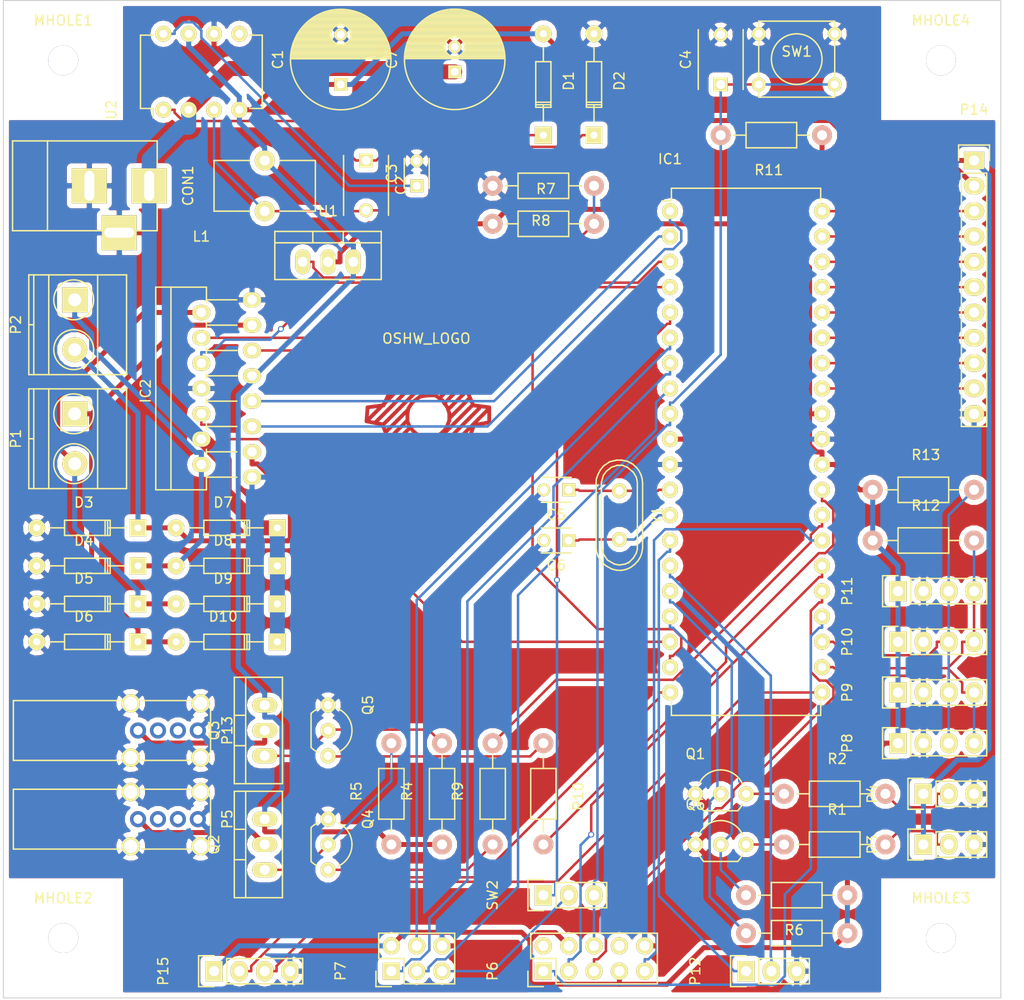
<source format=kicad_pcb>
(kicad_pcb (version 4) (host pcbnew 4.0.2-stable)
  (title_block (title "iPot control board") (date 2016-05-04) (rev v1.0) (company "Korea University") (comment 1 "Licensed under CERN OHL v1.2") (comment 4 "iPot control board circuit"))
  (layers (0 F.Cu signal) (31 B.Cu signal) (34 B.Paste user) (35 F.Paste user) (36 B.SilkS user) (37 F.SilkS user) (38 B.Mask user) (39 F.Mask user) (44 Edge.Cuts user))
  (net 0 "")
  (net 1 +5V)
  (net 2 GND)
  (net 3 "Net-(C2-Pad1)")
  (net 4 "Net-(C2-Pad2)")
  (net 5 "Net-(C3-Pad1)")
  (net 6 /RST)
  (net 7 "Net-(C5-Pad1)")
  (net 8 "Net-(C6-Pad1)")
  (net 9 +12V)
  (net 10 "Net-(D3-Pad1)")
  (net 11 "Net-(D4-Pad1)")
  (net 12 "Net-(D5-Pad1)")
  (net 13 "Net-(D10-Pad2)")
  (net 14 /MOT1F)
  (net 15 /MOT1R)
  (net 16 /MOT2F)
  (net 17 /MOT2R)
  (net 18 /MOSI)
  (net 19 /MISO)
  (net 20 /SCK)
  (net 21 +3V3)
  (net 22 /RXD)
  (net 23 /TXD)
  (net 24 /WSENS1)
  (net 25 /WSENS2)
  (net 26 /MOT1PWM)
  (net 27 /MOT2PWM)
  (net 28 "Net-(IC1-Pad20)")
  (net 29 "Net-(IC1-Pad21)")
  (net 30 /SCL)
  (net 31 /SDA)
  (net 32 /TCK)
  (net 33 /TMS)
  (net 34 /TDO)
  (net 35 /TDI)
  (net 36 /USB1)
  (net 37 /USB2)
  (net 38 "Net-(IC1-Pad33)")
  (net 39 "Net-(IC1-Pad34)")
  (net 40 "Net-(IC1-Pad35)")
  (net 41 "Net-(IC1-Pad36)")
  (net 42 "Net-(IC1-Pad37)")
  (net 43 "Net-(IC1-Pad38)")
  (net 44 "Net-(IC1-Pad39)")
  (net 45 "Net-(IC1-Pad40)")
  (net 46 "Net-(P3-Pad2)")
  (net 47 "Net-(P4-Pad2)")
  (net 48 "Net-(P5-Pad1)")
  (net 49 "Net-(P5-Pad2)")
  (net 50 "Net-(P5-Pad3)")
  (net 51 "Net-(P6-Pad8)")
  (net 52 "Net-(P13-Pad1)")
  (net 53 "Net-(P13-Pad2)")
  (net 54 "Net-(P13-Pad3)")
  (net 55 "Net-(Q1-Pad3)")
  (net 56 "Net-(Q2-Pad1)")
  (net 57 "Net-(Q3-Pad1)")
  (net 58 "Net-(Q4-Pad3)")
  (net 59 "Net-(Q5-Pad3)")
  (net 60 "Net-(Q6-Pad3)")
  (net 61 "Net-(R7-Pad2)")
  (net 62 "Net-(U2-Pad5)")
  (net 63 //SS)
  (net 64 "Net-(P7-Pad5)")
  (module Capacitors_ThroughHole:C_Radial_D10_L13_P5 (layer F.Cu) (at 83.82 58.42 90)
    (fp_text reference C1 (at 2.5 -6.3 90) (layer F.SilkS))
    (fp_text value 100u)
    (pad 1 thru_hole rect (at 0 0 90) (size 1.3 1.3) (drill 0.8) (layers *.Cu *.Mask F.SilkS) (net 1 +5V))
    (pad 2 thru_hole circle (at 5 0 90) (size 1.3 1.3) (drill 0.8) (layers *.Cu *.Mask F.SilkS) (net 2 GND))
  )
  (module Capacitors_ThroughHole:C_Disc_D6_P5 (layer F.Cu) (at 86.36 66.04 270)
    (fp_text reference C2 (at 2.5 -3.5 270) (layer F.SilkS))
    (fp_text value 0.1u)
    (pad 1 thru_hole rect (at 0 0 270) (size 1.4 1.4) (drill 0.9) (layers *.Cu *.Mask F.SilkS) (net 3 "Net-(C2-Pad1)"))
    (pad 2 thru_hole circle (at 5 0 270) (size 1.4 1.4) (drill 0.9) (layers *.Cu *.Mask F.SilkS) (net 4 "Net-(C2-Pad2)"))
  )
  (module Capacitors_ThroughHole:C_Disc_D3_P2.5 (layer F.Cu) (at 91.44 68.58 90)
    (fp_text reference C3 (at 1.25 -2.5 90) (layer F.SilkS))
    (fp_text value 3.3n)
    (pad 1 thru_hole rect (at 0 0 90) (size 1.3 1.3) (drill 0.8) (layers *.Cu *.Mask F.SilkS) (net 5 "Net-(C3-Pad1)"))
    (pad 2 thru_hole circle (at 2.5 0 90) (size 1.3 1.3) (drill 0.8001) (layers *.Cu *.Mask F.SilkS) (net 2 GND))
  )
  (module Capacitors_ThroughHole:C_Disc_D6_P5 (layer F.Cu) (at 121.92 58.42 90)
    (fp_text reference C4 (at 2.5 -3.5 90) (layer F.SilkS))
    (fp_text value 100nF)
    (pad 1 thru_hole rect (at 0 0 90) (size 1.4 1.4) (drill 0.9) (layers *.Cu *.Mask F.SilkS) (net 6 /RST))
    (pad 2 thru_hole circle (at 5 0 90) (size 1.4 1.4) (drill 0.9) (layers *.Cu *.Mask F.SilkS) (net 2 GND))
  )
  (module Capacitors_ThroughHole:C_Disc_D3_P2.5 (layer F.Cu) (at 106.68 99.06 180)
    (fp_text reference C5 (at 1.25 -2.5 180) (layer F.SilkS))
    (fp_text value 15pF)
    (pad 1 thru_hole rect (at 0 0 180) (size 1.3 1.3) (drill 0.8) (layers *.Cu *.Mask F.SilkS) (net 7 "Net-(C5-Pad1)"))
    (pad 2 thru_hole circle (at 2.5 0 180) (size 1.3 1.3) (drill 0.8001) (layers *.Cu *.Mask F.SilkS) (net 2 GND))
  )
  (module Capacitors_ThroughHole:C_Disc_D3_P2.5 (layer F.Cu) (at 106.68 104.14 180)
    (fp_text reference C6 (at 1.25 -2.5 180) (layer F.SilkS))
    (fp_text value 15pF)
    (pad 1 thru_hole rect (at 0 0 180) (size 1.3 1.3) (drill 0.8) (layers *.Cu *.Mask F.SilkS) (net 8 "Net-(C6-Pad1)"))
    (pad 2 thru_hole circle (at 2.5 0 180) (size 1.3 1.3) (drill 0.8001) (layers *.Cu *.Mask F.SilkS) (net 2 GND))
  )
  (module Capacitors_ThroughHole:C_Radial_D10_L20_P2.5 (layer F.Cu) (at 95.25 57.15 90)
    (fp_text reference C7 (at 1.25 -6.3 90) (layer F.SilkS))
    (fp_text value 10u)
    (pad 2 thru_hole circle (at 2.5 0 90) (size 1.3 1.3) (drill 0.8) (layers *.Cu *.Mask F.SilkS) (net 2 GND))
    (pad 1 thru_hole rect (at 0 0 90) (size 1.3 1.3) (drill 0.8) (layers *.Cu *.Mask F.SilkS) (net 9 +12V))
  )
  (module Connect:BARREL_JACK (layer F.Cu) (at 58.42 68.58)
    (fp_text reference CON1 (at 10.09904 0 90) (layer F.SilkS))
    (fp_text value 12VDC)
    (pad 1 thru_hole rect (at 6.20014 0) (size 3.50012 3.50012) (drill oval 1.00076 2.99974) (layers *.Cu *.Mask F.SilkS) (net 9 +12V))
    (pad 2 thru_hole rect (at 0.20066 0) (size 3.50012 3.50012) (drill oval 1.00076 2.99974) (layers *.Cu *.Mask F.SilkS) (net 2 GND))
    (pad 3 thru_hole rect (at 3.2004 4.699) (size 3.50012 3.50012) (drill oval 2.99974 1.00076) (layers *.Cu *.Mask F.SilkS) (net 2 GND))
  )
  (module Diodes_ThroughHole:Diode_DO-35_SOD27_Horizontal_RM10 (layer F.Cu) (at 104.14 63.5 90)
    (fp_text reference D1 (at 5.43052 2.53746 90) (layer F.SilkS))
    (fp_text value 1N914)
    (pad 2 thru_hole circle (at 10.16052 -0.00254 270) (size 1.69926 1.69926) (drill 0.70104) (layers *.Cu *.Mask F.SilkS) (net 1 +5V))
    (pad 1 thru_hole rect (at 0.00052 -0.00254 270) (size 1.69926 1.69926) (drill 0.70104) (layers *.Cu *.Mask F.SilkS) (net 3 "Net-(C2-Pad1)"))
  )
  (module Diodes_ThroughHole:Diode_DO-35_SOD27_Horizontal_RM10 (layer F.Cu) (at 109.22 63.5 90)
    (fp_text reference D2 (at 5.43052 2.53746 90) (layer F.SilkS))
    (fp_text value 1N5818)
    (pad 2 thru_hole circle (at 10.16052 -0.00254 270) (size 1.69926 1.69926) (drill 0.70104) (layers *.Cu *.Mask F.SilkS) (net 2 GND))
    (pad 1 thru_hole rect (at 0.00052 -0.00254 270) (size 1.69926 1.69926) (drill 0.70104) (layers *.Cu *.Mask F.SilkS) (net 4 "Net-(C2-Pad2)"))
  )
  (module Diodes_ThroughHole:Diode_DO-35_SOD27_Horizontal_RM10 (layer F.Cu) (at 63.5 102.87 180)
    (fp_text reference D3 (at 5.43052 2.53746 180) (layer F.SilkS))
    (fp_text value 1N4148)
    (pad 2 thru_hole circle (at 10.16052 -0.00254) (size 1.69926 1.69926) (drill 0.70104) (layers *.Cu *.Mask F.SilkS) (net 2 GND))
    (pad 1 thru_hole rect (at 0.00052 -0.00254) (size 1.69926 1.69926) (drill 0.70104) (layers *.Cu *.Mask F.SilkS) (net 10 "Net-(D3-Pad1)"))
  )
  (module Diodes_ThroughHole:Diode_DO-35_SOD27_Horizontal_RM10 (layer F.Cu) (at 63.5 106.68 180)
    (fp_text reference D4 (at 5.43052 2.53746 180) (layer F.SilkS))
    (fp_text value 1N4148)
    (pad 2 thru_hole circle (at 10.16052 -0.00254) (size 1.69926 1.69926) (drill 0.70104) (layers *.Cu *.Mask F.SilkS) (net 2 GND))
    (pad 1 thru_hole rect (at 0.00052 -0.00254) (size 1.69926 1.69926) (drill 0.70104) (layers *.Cu *.Mask F.SilkS) (net 11 "Net-(D4-Pad1)"))
  )
  (module Diodes_ThroughHole:Diode_DO-35_SOD27_Horizontal_RM10 (layer F.Cu) (at 63.5 110.49 180)
    (fp_text reference D5 (at 5.43052 2.53746 180) (layer F.SilkS))
    (fp_text value 1N4148)
    (pad 2 thru_hole circle (at 10.16052 -0.00254) (size 1.69926 1.69926) (drill 0.70104) (layers *.Cu *.Mask F.SilkS) (net 2 GND))
    (pad 1 thru_hole rect (at 0.00052 -0.00254) (size 1.69926 1.69926) (drill 0.70104) (layers *.Cu *.Mask F.SilkS) (net 12 "Net-(D5-Pad1)"))
  )
  (module Diodes_ThroughHole:Diode_DO-35_SOD27_Horizontal_RM10 (layer F.Cu) (at 63.5 114.3 180)
    (fp_text reference D6 (at 5.43052 2.53746 180) (layer F.SilkS))
    (fp_text value 1N4148)
    (pad 2 thru_hole circle (at 10.16052 -0.00254) (size 1.69926 1.69926) (drill 0.70104) (layers *.Cu *.Mask F.SilkS) (net 2 GND))
    (pad 1 thru_hole rect (at 0.00052 -0.00254) (size 1.69926 1.69926) (drill 0.70104) (layers *.Cu *.Mask F.SilkS) (net 13 "Net-(D10-Pad2)"))
  )
  (module Diodes_ThroughHole:Diode_DO-35_SOD27_Horizontal_RM10 (layer F.Cu) (at 77.47 102.87 180)
    (fp_text reference D7 (at 5.43052 2.53746 180) (layer F.SilkS))
    (fp_text value 1N4148)
    (pad 2 thru_hole circle (at 10.16052 -0.00254) (size 1.69926 1.69926) (drill 0.70104) (layers *.Cu *.Mask F.SilkS) (net 10 "Net-(D3-Pad1)"))
    (pad 1 thru_hole rect (at 0.00052 -0.00254) (size 1.69926 1.69926) (drill 0.70104) (layers *.Cu *.Mask F.SilkS) (net 9 +12V))
  )
  (module Diodes_ThroughHole:Diode_DO-35_SOD27_Horizontal_RM10 (layer F.Cu) (at 77.47 106.68 180)
    (fp_text reference D8 (at 5.43052 2.53746 180) (layer F.SilkS))
    (fp_text value 1N4148)
    (pad 2 thru_hole circle (at 10.16052 -0.00254) (size 1.69926 1.69926) (drill 0.70104) (layers *.Cu *.Mask F.SilkS) (net 11 "Net-(D4-Pad1)"))
    (pad 1 thru_hole rect (at 0.00052 -0.00254) (size 1.69926 1.69926) (drill 0.70104) (layers *.Cu *.Mask F.SilkS) (net 9 +12V))
  )
  (module Diodes_ThroughHole:Diode_DO-35_SOD27_Horizontal_RM10 (layer F.Cu) (at 77.47 110.49 180)
    (fp_text reference D9 (at 5.43052 2.53746 180) (layer F.SilkS))
    (fp_text value 1N4148)
    (pad 2 thru_hole circle (at 10.16052 -0.00254) (size 1.69926 1.69926) (drill 0.70104) (layers *.Cu *.Mask F.SilkS) (net 12 "Net-(D5-Pad1)"))
    (pad 1 thru_hole rect (at 0.00052 -0.00254) (size 1.69926 1.69926) (drill 0.70104) (layers *.Cu *.Mask F.SilkS) (net 9 +12V))
  )
  (module Diodes_ThroughHole:Diode_DO-35_SOD27_Horizontal_RM10 (layer F.Cu) (at 77.47 114.3 180)
    (fp_text reference D10 (at 5.43052 2.53746 180) (layer F.SilkS))
    (fp_text value 1N4148)
    (pad 2 thru_hole circle (at 10.16052 -0.00254) (size 1.69926 1.69926) (drill 0.70104) (layers *.Cu *.Mask F.SilkS) (net 13 "Net-(D10-Pad2)"))
    (pad 1 thru_hole rect (at 0.00052 -0.00254) (size 1.69926 1.69926) (drill 0.70104) (layers *.Cu *.Mask F.SilkS) (net 9 +12V))
  )
  (module Housings_DIP:DIP-40_W15.24mm (layer F.Cu) (at 116.84 71.12)
    (fp_text reference IC1 (at 0 -5.22) (layer F.SilkS))
    (fp_text value ATMEGA644-P)
    (pad 1 thru_hole oval (at 0 0) (size 1.6 1.6) (drill 0.8) (layers *.Cu *.Mask F.SilkS) (net 14 /MOT1F))
    (pad 2 thru_hole oval (at 0 2.54) (size 1.6 1.6) (drill 0.8) (layers *.Cu *.Mask F.SilkS) (net 15 /MOT1R))
    (pad 3 thru_hole oval (at 0 5.08) (size 1.6 1.6) (drill 0.8) (layers *.Cu *.Mask F.SilkS) (net 16 /MOT2F))
    (pad 4 thru_hole oval (at 0 7.62) (size 1.6 1.6) (drill 0.8) (layers *.Cu *.Mask F.SilkS) (net 17 /MOT2R))
    (pad 5 thru_hole oval (at 0 10.16) (size 1.6 1.6) (drill 0.8) (layers *.Cu *.Mask F.SilkS) (net 63 //SS))
    (pad 6 thru_hole oval (at 0 12.7) (size 1.6 1.6) (drill 0.8) (layers *.Cu *.Mask F.SilkS) (net 18 /MOSI))
    (pad 7 thru_hole oval (at 0 15.24) (size 1.6 1.6) (drill 0.8) (layers *.Cu *.Mask F.SilkS) (net 19 /MISO))
    (pad 8 thru_hole oval (at 0 17.78) (size 1.6 1.6) (drill 0.8) (layers *.Cu *.Mask F.SilkS) (net 20 /SCK))
    (pad 9 thru_hole oval (at 0 20.32) (size 1.6 1.6) (drill 0.8) (layers *.Cu *.Mask F.SilkS) (net 6 /RST))
    (pad 10 thru_hole oval (at 0 22.86) (size 1.6 1.6) (drill 0.8) (layers *.Cu *.Mask F.SilkS) (net 21 +3V3))
    (pad 11 thru_hole oval (at 0 25.4) (size 1.6 1.6) (drill 0.8) (layers *.Cu *.Mask F.SilkS) (net 2 GND))
    (pad 12 thru_hole oval (at 0 27.94) (size 1.6 1.6) (drill 0.8) (layers *.Cu *.Mask F.SilkS) (net 7 "Net-(C5-Pad1)"))
    (pad 13 thru_hole oval (at 0 30.48) (size 1.6 1.6) (drill 0.8) (layers *.Cu *.Mask F.SilkS) (net 8 "Net-(C6-Pad1)"))
    (pad 14 thru_hole oval (at 0 33.02) (size 1.6 1.6) (drill 0.8) (layers *.Cu *.Mask F.SilkS) (net 22 /RXD))
    (pad 15 thru_hole oval (at 0 35.56) (size 1.6 1.6) (drill 0.8) (layers *.Cu *.Mask F.SilkS) (net 23 /TXD))
    (pad 16 thru_hole oval (at 0 38.1) (size 1.6 1.6) (drill 0.8) (layers *.Cu *.Mask F.SilkS) (net 24 /WSENS1))
    (pad 17 thru_hole oval (at 0 40.64) (size 1.6 1.6) (drill 0.8) (layers *.Cu *.Mask F.SilkS) (net 25 /WSENS2))
    (pad 18 thru_hole oval (at 0 43.18) (size 1.6 1.6) (drill 0.8) (layers *.Cu *.Mask F.SilkS) (net 26 /MOT1PWM))
    (pad 19 thru_hole oval (at 0 45.72) (size 1.6 1.6) (drill 0.8) (layers *.Cu *.Mask F.SilkS) (net 27 /MOT2PWM))
    (pad 20 thru_hole oval (at 0 48.26) (size 1.6 1.6) (drill 0.8) (layers *.Cu *.Mask F.SilkS) (net 28 "Net-(IC1-Pad20)"))
    (pad 21 thru_hole oval (at 15.24 48.26) (size 1.6 1.6) (drill 0.8) (layers *.Cu *.Mask F.SilkS) (net 29 "Net-(IC1-Pad21)"))
    (pad 22 thru_hole oval (at 15.24 45.72) (size 1.6 1.6) (drill 0.8) (layers *.Cu *.Mask F.SilkS) (net 30 /SCL))
    (pad 23 thru_hole oval (at 15.24 43.18) (size 1.6 1.6) (drill 0.8) (layers *.Cu *.Mask F.SilkS) (net 31 /SDA))
    (pad 24 thru_hole oval (at 15.24 40.64) (size 1.6 1.6) (drill 0.8) (layers *.Cu *.Mask F.SilkS) (net 32 /TCK))
    (pad 25 thru_hole oval (at 15.24 38.1) (size 1.6 1.6) (drill 0.8) (layers *.Cu *.Mask F.SilkS) (net 33 /TMS))
    (pad 26 thru_hole oval (at 15.24 35.56) (size 1.6 1.6) (drill 0.8) (layers *.Cu *.Mask F.SilkS) (net 34 /TDO))
    (pad 27 thru_hole oval (at 15.24 33.02) (size 1.6 1.6) (drill 0.8) (layers *.Cu *.Mask F.SilkS) (net 35 /TDI))
    (pad 28 thru_hole oval (at 15.24 30.48) (size 1.6 1.6) (drill 0.8) (layers *.Cu *.Mask F.SilkS) (net 36 /USB1))
    (pad 29 thru_hole oval (at 15.24 27.94) (size 1.6 1.6) (drill 0.8) (layers *.Cu *.Mask F.SilkS) (net 37 /USB2))
    (pad 30 thru_hole oval (at 15.24 25.4) (size 1.6 1.6) (drill 0.8) (layers *.Cu *.Mask F.SilkS) (net 21 +3V3))
    (pad 31 thru_hole oval (at 15.24 22.86) (size 1.6 1.6) (drill 0.8) (layers *.Cu *.Mask F.SilkS) (net 2 GND))
    (pad 32 thru_hole oval (at 15.24 20.32) (size 1.6 1.6) (drill 0.8) (layers *.Cu *.Mask F.SilkS) (net 21 +3V3))
    (pad 33 thru_hole oval (at 15.24 17.78) (size 1.6 1.6) (drill 0.8) (layers *.Cu *.Mask F.SilkS) (net 38 "Net-(IC1-Pad33)"))
    (pad 34 thru_hole oval (at 15.24 15.24) (size 1.6 1.6) (drill 0.8) (layers *.Cu *.Mask F.SilkS) (net 39 "Net-(IC1-Pad34)"))
    (pad 35 thru_hole oval (at 15.24 12.7) (size 1.6 1.6) (drill 0.8) (layers *.Cu *.Mask F.SilkS) (net 40 "Net-(IC1-Pad35)"))
    (pad 36 thru_hole oval (at 15.24 10.16) (size 1.6 1.6) (drill 0.8) (layers *.Cu *.Mask F.SilkS) (net 41 "Net-(IC1-Pad36)"))
    (pad 37 thru_hole oval (at 15.24 7.62) (size 1.6 1.6) (drill 0.8) (layers *.Cu *.Mask F.SilkS) (net 42 "Net-(IC1-Pad37)"))
    (pad 38 thru_hole oval (at 15.24 5.08) (size 1.6 1.6) (drill 0.8) (layers *.Cu *.Mask F.SilkS) (net 43 "Net-(IC1-Pad38)"))
    (pad 39 thru_hole oval (at 15.24 2.54) (size 1.6 1.6) (drill 0.8) (layers *.Cu *.Mask F.SilkS) (net 44 "Net-(IC1-Pad39)"))
    (pad 40 thru_hole oval (at 15.24 0) (size 1.6 1.6) (drill 0.8) (layers *.Cu *.Mask F.SilkS) (net 45 "Net-(IC1-Pad40)"))
  )
  (module TO_SOT_Packages_THT:Multiwatt_15_Vertical (layer F.Cu) (at 74.93 97.79 90)
    (fp_text reference IC2 (at 8.636 -10.668 90) (layer F.SilkS))
    (fp_text value L298)
    (pad 1 thru_hole oval (at 0 0 90) (size 1.524 1.824) (drill 0.95) (layers *.Cu *.Mask F.SilkS) (net 2 GND))
    (pad 2 thru_hole oval (at 1.27 -5.08 90) (size 1.524 1.824) (drill 0.95) (layers *.Cu *.Mask F.SilkS) (net 11 "Net-(D4-Pad1)"))
    (pad 3 thru_hole oval (at 2.54 0 90) (size 1.524 1.824) (drill 0.95) (layers *.Cu *.Mask F.SilkS) (net 10 "Net-(D3-Pad1)"))
    (pad 4 thru_hole oval (at 3.81 -5.08 90) (size 1.524 1.824) (drill 0.95) (layers *.Cu *.Mask F.SilkS) (net 9 +12V))
    (pad 5 thru_hole oval (at 5.08 0 90) (size 1.524 1.824) (drill 0.95) (layers *.Cu *.Mask F.SilkS) (net 14 /MOT1F))
    (pad 6 thru_hole oval (at 6.35 -5.08 90) (size 1.524 1.824) (drill 0.95) (layers *.Cu *.Mask F.SilkS) (net 26 /MOT1PWM))
    (pad 7 thru_hole oval (at 7.62 0 90) (size 1.524 1.824) (drill 0.95) (layers *.Cu *.Mask F.SilkS) (net 15 /MOT1R))
    (pad 8 thru_hole oval (at 8.89 -5.08 90) (size 1.524 1.824) (drill 0.95) (layers *.Cu *.Mask F.SilkS) (net 2 GND))
    (pad 9 thru_hole oval (at 10.16 0 90) (size 1.524 1.824) (drill 0.95) (layers *.Cu *.Mask F.SilkS) (net 1 +5V))
    (pad 10 thru_hole oval (at 11.43 -5.08 90) (size 1.524 1.824) (drill 0.95) (layers *.Cu *.Mask F.SilkS) (net 16 /MOT2F))
    (pad 11 thru_hole oval (at 12.7 0 90) (size 1.524 1.824) (drill 0.95) (layers *.Cu *.Mask F.SilkS) (net 27 /MOT2PWM))
    (pad 12 thru_hole oval (at 13.97 -5.08 90) (size 1.524 1.824) (drill 0.95) (layers *.Cu *.Mask F.SilkS) (net 17 /MOT2R))
    (pad 13 thru_hole oval (at 15.24 0 90) (size 1.524 1.824) (drill 0.95) (layers *.Cu *.Mask F.SilkS) (net 13 "Net-(D10-Pad2)"))
    (pad 14 thru_hole oval (at 16.51 -5.08 90) (size 1.524 1.824) (drill 0.95) (layers *.Cu *.Mask F.SilkS) (net 12 "Net-(D5-Pad1)"))
    (pad 15 thru_hole oval (at 17.78 0 90) (size 1.524 1.824) (drill 0.95) (layers *.Cu *.Mask F.SilkS) (net 2 GND))
  )
  (module Choke_Toroid_ThroughHole:Choke_Toroid_5x10mm_Vertical (layer F.Cu) (at 81.28 66.04 180)
    (fp_text reference L1 (at 11.43 -7.62 180) (layer F.SilkS))
    (fp_text value 20u)
    (pad 1 thru_hole circle (at 5.08 0 180) (size 1.99898 1.99898) (drill 1.00076) (layers *.Cu *.Mask F.SilkS) (net 1 +5V))
    (pad 2 thru_hole circle (at 5.08 -5.08 180) (size 1.99898 1.99898) (drill 1.00076) (layers *.Cu *.Mask F.SilkS) (net 4 "Net-(C2-Pad2)"))
  )
  (module Terminal_Blocks:TerminalBlock_Pheonix_MKDS1.5-2pol (layer F.Cu) (at 57.15 91.44 270)
    (fp_text reference P1 (at 2.5 5.9 270) (layer F.SilkS))
    (fp_text value MOT2)
    (pad 1 thru_hole rect (at 0 0 270) (size 2.5 2.5) (drill 1.3) (layers *.Cu *.Mask F.SilkS) (net 13 "Net-(D10-Pad2)"))
    (pad 2 thru_hole circle (at 5 0 270) (size 2.5 2.5) (drill 1.3) (layers *.Cu *.Mask F.SilkS) (net 12 "Net-(D5-Pad1)"))
  )
  (module Terminal_Blocks:TerminalBlock_Pheonix_MKDS1.5-2pol (layer F.Cu) (at 57.15 80.01 270)
    (fp_text reference P2 (at 2.5 5.9 270) (layer F.SilkS))
    (fp_text value MOT1)
    (pad 1 thru_hole rect (at 0 0 270) (size 2.5 2.5) (drill 1.3) (layers *.Cu *.Mask F.SilkS) (net 11 "Net-(D4-Pad1)"))
    (pad 2 thru_hole circle (at 5 0 270) (size 2.5 2.5) (drill 1.3) (layers *.Cu *.Mask F.SilkS) (net 10 "Net-(D3-Pad1)"))
  )
  (module Pin_Headers:Pin_Header_Straight_1x03 (layer F.Cu) (at 142.24 134.62 90)
    (fp_text reference P3 (at 0 -5.1 90) (layer F.SilkS))
    (fp_text value INT0)
    (pad 1 thru_hole rect (at 0 0 90) (size 2.032 1.7272) (drill 1.016) (layers *.Cu *.Mask F.SilkS) (net 1 +5V))
    (pad 2 thru_hole oval (at 0 2.54 90) (size 2.032 1.7272) (drill 1.016) (layers *.Cu *.Mask F.SilkS) (net 46 "Net-(P3-Pad2)"))
    (pad 3 thru_hole oval (at 0 5.08 90) (size 2.032 1.7272) (drill 1.016) (layers *.Cu *.Mask F.SilkS) (net 2 GND))
  )
  (module Pin_Headers:Pin_Header_Straight_1x03 (layer F.Cu) (at 142.24 129.54 90)
    (fp_text reference P4 (at 0 -5.1 90) (layer F.SilkS))
    (fp_text value INT1)
    (pad 1 thru_hole rect (at 0 0 90) (size 2.032 1.7272) (drill 1.016) (layers *.Cu *.Mask F.SilkS) (net 1 +5V))
    (pad 2 thru_hole oval (at 0 2.54 90) (size 2.032 1.7272) (drill 1.016) (layers *.Cu *.Mask F.SilkS) (net 47 "Net-(P4-Pad2)"))
    (pad 3 thru_hole oval (at 0 5.08 90) (size 2.032 1.7272) (drill 1.016) (layers *.Cu *.Mask F.SilkS) (net 2 GND))
  )
  (module Connect:USB_A_Vertical (layer F.Cu) (at 63.5 132.08 90)
    (fp_text reference P5 (at 0 8.95 90) (layer F.SilkS))
    (fp_text value USB_PWR1)
    (pad 1 thru_hole circle (at 0 0 90) (size 1.62 1.62) (drill 0.92) (layers *.Cu *.Mask) (net 48 "Net-(P5-Pad1)"))
    (pad 2 thru_hole circle (at 0 2 90) (size 1.62 1.62) (drill 0.92) (layers *.Cu *.Mask) (net 49 "Net-(P5-Pad2)"))
    (pad 3 thru_hole circle (at 0 4 90) (size 1.62 1.62) (drill 0.92) (layers *.Cu *.Mask) (net 50 "Net-(P5-Pad3)"))
    (pad 5 thru_hole circle (at 2.72 -0.73 90) (size 1.85 1.85) (drill 1.35) (layers *.Cu *.Mask F.SilkS) (net 2 GND))
    (pad 4 thru_hole circle (at 0 6 90) (size 1.62 1.62) (drill 0.92) (layers *.Cu *.Mask) (net 2 GND))
    (pad 5 thru_hole circle (at 2.72 6.27 90) (size 1.85 1.85) (drill 1.35) (layers *.Cu *.Mask F.SilkS) (net 2 GND))
    (pad 5 thru_hole circle (at -2.72 -0.73 90) (size 1.85 1.85) (drill 1.35) (layers *.Cu *.Mask F.SilkS) (net 2 GND))
    (pad 5 thru_hole circle (at -2.72 6.27 90) (size 1.85 1.85) (drill 1.35) (layers *.Cu *.Mask F.SilkS) (net 2 GND))
  )
  (module Pin_Headers:Pin_Header_Straight_2x05 (layer F.Cu) (at 104.14 147.32 90)
    (fp_text reference P6 (at 0 -5.1 90) (layer F.SilkS))
    (fp_text value JTAG)
    (pad 1 thru_hole rect (at 0 0 90) (size 1.7272 1.7272) (drill 1.016) (layers *.Cu *.Mask F.SilkS) (net 32 /TCK))
    (pad 2 thru_hole oval (at 2.54 0 90) (size 1.7272 1.7272) (drill 1.016) (layers *.Cu *.Mask F.SilkS) (net 2 GND))
    (pad 3 thru_hole oval (at 0 2.54 90) (size 1.7272 1.7272) (drill 1.016) (layers *.Cu *.Mask F.SilkS) (net 34 /TDO))
    (pad 4 thru_hole oval (at 2.54 2.54 90) (size 1.7272 1.7272) (drill 1.016) (layers *.Cu *.Mask F.SilkS) (net 21 +3V3))
    (pad 5 thru_hole oval (at 0 5.08 90) (size 1.7272 1.7272) (drill 1.016) (layers *.Cu *.Mask F.SilkS) (net 33 /TMS))
    (pad 6 thru_hole oval (at 2.54 5.08 90) (size 1.7272 1.7272) (drill 1.016) (layers *.Cu *.Mask F.SilkS) (net 6 /RST))
    (pad 7 thru_hole oval (at 0 7.62 90) (size 1.7272 1.7272) (drill 1.016) (layers *.Cu *.Mask F.SilkS) (net 21 +3V3))
    (pad 8 thru_hole oval (at 2.54 7.62 90) (size 1.7272 1.7272) (drill 1.016) (layers *.Cu *.Mask F.SilkS) (net 51 "Net-(P6-Pad8)"))
    (pad 9 thru_hole oval (at 0 10.16 90) (size 1.7272 1.7272) (drill 1.016) (layers *.Cu *.Mask F.SilkS) (net 35 /TDI))
    (pad 10 thru_hole oval (at 2.54 10.16 90) (size 1.7272 1.7272) (drill 1.016) (layers *.Cu *.Mask F.SilkS) (net 2 GND))
  )
  (module Pin_Headers:Pin_Header_Straight_2x03 (layer F.Cu) (at 88.9 147.32 90)
    (fp_text reference P7 (at 0 -5.1 90) (layer F.SilkS))
    (fp_text value SPI)
    (pad 1 thru_hole rect (at 0 0 90) (size 1.7272 1.7272) (drill 1.016) (layers *.Cu *.Mask F.SilkS) (net 19 /MISO))
    (pad 2 thru_hole oval (at 2.54 0 90) (size 1.7272 1.7272) (drill 1.016) (layers *.Cu *.Mask F.SilkS) (net 21 +3V3))
    (pad 3 thru_hole oval (at 0 2.54 90) (size 1.7272 1.7272) (drill 1.016) (layers *.Cu *.Mask F.SilkS) (net 20 /SCK))
    (pad 4 thru_hole oval (at 2.54 2.54 90) (size 1.7272 1.7272) (drill 1.016) (layers *.Cu *.Mask F.SilkS) (net 18 /MOSI))
    (pad 5 thru_hole oval (at 0 5.08 90) (size 1.7272 1.7272) (drill 1.016) (layers *.Cu *.Mask F.SilkS) (net 64 "Net-(P7-Pad5)"))
    (pad 6 thru_hole oval (at 2.54 5.08 90) (size 1.7272 1.7272) (drill 1.016) (layers *.Cu *.Mask F.SilkS) (net 2 GND))
  )
  (module Pin_Headers:Pin_Header_Straight_1x04 (layer F.Cu) (at 139.7 124.46 90)
    (fp_text reference P8 (at 0 -5.1 90) (layer F.SilkS))
    (fp_text value I2C1)
    (pad 1 thru_hole rect (at 0 0 90) (size 2.032 1.7272) (drill 1.016) (layers *.Cu *.Mask F.SilkS) (net 21 +3V3))
    (pad 2 thru_hole oval (at 0 2.54 90) (size 2.032 1.7272) (drill 1.016) (layers *.Cu *.Mask F.SilkS) (net 2 GND))
    (pad 3 thru_hole oval (at 0 5.08 90) (size 2.032 1.7272) (drill 1.016) (layers *.Cu *.Mask F.SilkS) (net 31 /SDA))
    (pad 4 thru_hole oval (at 0 7.62 90) (size 2.032 1.7272) (drill 1.016) (layers *.Cu *.Mask F.SilkS) (net 30 /SCL))
  )
  (module Pin_Headers:Pin_Header_Straight_1x04 (layer F.Cu) (at 139.7 119.38 90)
    (fp_text reference P9 (at 0 -5.1 90) (layer F.SilkS))
    (fp_text value I2C2)
    (pad 1 thru_hole rect (at 0 0 90) (size 2.032 1.7272) (drill 1.016) (layers *.Cu *.Mask F.SilkS) (net 21 +3V3))
    (pad 2 thru_hole oval (at 0 2.54 90) (size 2.032 1.7272) (drill 1.016) (layers *.Cu *.Mask F.SilkS) (net 2 GND))
    (pad 3 thru_hole oval (at 0 5.08 90) (size 2.032 1.7272) (drill 1.016) (layers *.Cu *.Mask F.SilkS) (net 31 /SDA))
    (pad 4 thru_hole oval (at 0 7.62 90) (size 2.032 1.7272) (drill 1.016) (layers *.Cu *.Mask F.SilkS) (net 30 /SCL))
  )
  (module Pin_Headers:Pin_Header_Straight_1x04 (layer F.Cu) (at 139.7 114.3 90)
    (fp_text reference P10 (at 0 -5.1 90) (layer F.SilkS))
    (fp_text value I2C3)
    (pad 1 thru_hole rect (at 0 0 90) (size 2.032 1.7272) (drill 1.016) (layers *.Cu *.Mask F.SilkS) (net 21 +3V3))
    (pad 2 thru_hole oval (at 0 2.54 90) (size 2.032 1.7272) (drill 1.016) (layers *.Cu *.Mask F.SilkS) (net 2 GND))
    (pad 3 thru_hole oval (at 0 5.08 90) (size 2.032 1.7272) (drill 1.016) (layers *.Cu *.Mask F.SilkS) (net 31 /SDA))
    (pad 4 thru_hole oval (at 0 7.62 90) (size 2.032 1.7272) (drill 1.016) (layers *.Cu *.Mask F.SilkS) (net 30 /SCL))
  )
  (module Pin_Headers:Pin_Header_Straight_1x04 (layer F.Cu) (at 139.7 109.22 90)
    (fp_text reference P11 (at 0 -5.1 90) (layer F.SilkS))
    (fp_text value I2C4)
    (pad 1 thru_hole rect (at 0 0 90) (size 2.032 1.7272) (drill 1.016) (layers *.Cu *.Mask F.SilkS) (net 21 +3V3))
    (pad 2 thru_hole oval (at 0 2.54 90) (size 2.032 1.7272) (drill 1.016) (layers *.Cu *.Mask F.SilkS) (net 2 GND))
    (pad 3 thru_hole oval (at 0 5.08 90) (size 2.032 1.7272) (drill 1.016) (layers *.Cu *.Mask F.SilkS) (net 31 /SDA))
    (pad 4 thru_hole oval (at 0 7.62 90) (size 2.032 1.7272) (drill 1.016) (layers *.Cu *.Mask F.SilkS) (net 30 /SCL))
  )
  (module Pin_Headers:Pin_Header_Straight_1x03 (layer F.Cu) (at 124.46 147.32 90)
    (fp_text reference P12 (at 0 -5.1 90) (layer F.SilkS))
    (fp_text value UART)
    (pad 1 thru_hole rect (at 0 0 90) (size 2.032 1.7272) (drill 1.016) (layers *.Cu *.Mask F.SilkS) (net 22 /RXD))
    (pad 2 thru_hole oval (at 0 2.54 90) (size 2.032 1.7272) (drill 1.016) (layers *.Cu *.Mask F.SilkS) (net 23 /TXD))
    (pad 3 thru_hole oval (at 0 5.08 90) (size 2.032 1.7272) (drill 1.016) (layers *.Cu *.Mask F.SilkS) (net 2 GND))
  )
  (module Connect:USB_A_Vertical (layer F.Cu) (at 63.5 123.19 90)
    (fp_text reference P13 (at 0 8.95 90) (layer F.SilkS))
    (fp_text value USB_PWR2)
    (pad 1 thru_hole circle (at 0 0 90) (size 1.62 1.62) (drill 0.92) (layers *.Cu *.Mask) (net 52 "Net-(P13-Pad1)"))
    (pad 2 thru_hole circle (at 0 2 90) (size 1.62 1.62) (drill 0.92) (layers *.Cu *.Mask) (net 53 "Net-(P13-Pad2)"))
    (pad 3 thru_hole circle (at 0 4 90) (size 1.62 1.62) (drill 0.92) (layers *.Cu *.Mask) (net 54 "Net-(P13-Pad3)"))
    (pad 5 thru_hole circle (at 2.72 -0.73 90) (size 1.85 1.85) (drill 1.35) (layers *.Cu *.Mask F.SilkS) (net 2 GND))
    (pad 4 thru_hole circle (at 0 6 90) (size 1.62 1.62) (drill 0.92) (layers *.Cu *.Mask) (net 2 GND))
    (pad 5 thru_hole circle (at 2.72 6.27 90) (size 1.85 1.85) (drill 1.35) (layers *.Cu *.Mask F.SilkS) (net 2 GND))
    (pad 5 thru_hole circle (at -2.72 -0.73 90) (size 1.85 1.85) (drill 1.35) (layers *.Cu *.Mask F.SilkS) (net 2 GND))
    (pad 5 thru_hole circle (at -2.72 6.27 90) (size 1.85 1.85) (drill 1.35) (layers *.Cu *.Mask F.SilkS) (net 2 GND))
  )
  (module TO_SOT_Packages_THT:TO-92_Inline_Wide (layer F.Cu) (at 119.38 129.54)
    (fp_text reference Q1 (at 0 -4 180) (layer F.SilkS))
    (fp_text value 2SC1815)
    (pad 2 thru_hole circle (at 2.54 0 90) (size 1.524 1.524) (drill 0.8) (layers *.Cu *.Mask F.SilkS) (net 25 /WSENS2))
    (pad 3 thru_hole circle (at 5.08 0 90) (size 1.524 1.524) (drill 0.8) (layers *.Cu *.Mask F.SilkS) (net 55 "Net-(Q1-Pad3)"))
    (pad 1 thru_hole circle (at 0 0 90) (size 1.524 1.524) (drill 0.8) (layers *.Cu *.Mask F.SilkS) (net 2 GND))
  )
  (module TO_SOT_Packages_THT:TO-220_Neutral123_Vertical (layer F.Cu) (at 76.2 134.62 90)
    (fp_text reference Q2 (at 0 -5.08 90) (layer F.SilkS))
    (fp_text value IRF630)
    (pad 2 thru_hole oval (at 0 0 180) (size 2.49936 1.50114) (drill 1.00076) (layers *.Cu *.Mask F.SilkS) (net 48 "Net-(P5-Pad1)"))
    (pad 1 thru_hole oval (at -2.54 0 180) (size 2.49936 1.50114) (drill 1.00076) (layers *.Cu *.Mask F.SilkS) (net 56 "Net-(Q2-Pad1)"))
    (pad 3 thru_hole oval (at 2.54 0 180) (size 2.49936 1.50114) (drill 1.00076) (layers *.Cu *.Mask F.SilkS) (net 1 +5V))
  )
  (module TO_SOT_Packages_THT:TO-220_Neutral123_Vertical (layer F.Cu) (at 76.2 123.19 90)
    (fp_text reference Q3 (at 0 -5.08 90) (layer F.SilkS))
    (fp_text value IRF630)
    (pad 2 thru_hole oval (at 0 0 180) (size 2.49936 1.50114) (drill 1.00076) (layers *.Cu *.Mask F.SilkS) (net 52 "Net-(P13-Pad1)"))
    (pad 1 thru_hole oval (at -2.54 0 180) (size 2.49936 1.50114) (drill 1.00076) (layers *.Cu *.Mask F.SilkS) (net 57 "Net-(Q3-Pad1)"))
    (pad 3 thru_hole oval (at 2.54 0 180) (size 2.49936 1.50114) (drill 1.00076) (layers *.Cu *.Mask F.SilkS) (net 1 +5V))
  )
  (module TO_SOT_Packages_THT:TO-92_Inline_Wide (layer F.Cu) (at 82.55 132.08 270)
    (fp_text reference Q4 (at 0 -4 450) (layer F.SilkS))
    (fp_text value 2SC1815)
    (pad 2 thru_hole circle (at 2.54 0) (size 1.524 1.524) (drill 0.8) (layers *.Cu *.Mask F.SilkS) (net 56 "Net-(Q2-Pad1)"))
    (pad 3 thru_hole circle (at 5.08 0) (size 1.524 1.524) (drill 0.8) (layers *.Cu *.Mask F.SilkS) (net 58 "Net-(Q4-Pad3)"))
    (pad 1 thru_hole circle (at 0 0) (size 1.524 1.524) (drill 0.8) (layers *.Cu *.Mask F.SilkS) (net 2 GND))
  )
  (module TO_SOT_Packages_THT:TO-92_Inline_Wide (layer F.Cu) (at 82.55 120.65 270)
    (fp_text reference Q5 (at 0 -4 450) (layer F.SilkS))
    (fp_text value 2SC1815)
    (pad 2 thru_hole circle (at 2.54 0) (size 1.524 1.524) (drill 0.8) (layers *.Cu *.Mask F.SilkS) (net 57 "Net-(Q3-Pad1)"))
    (pad 3 thru_hole circle (at 5.08 0) (size 1.524 1.524) (drill 0.8) (layers *.Cu *.Mask F.SilkS) (net 59 "Net-(Q5-Pad3)"))
    (pad 1 thru_hole circle (at 0 0) (size 1.524 1.524) (drill 0.8) (layers *.Cu *.Mask F.SilkS) (net 2 GND))
  )
  (module TO_SOT_Packages_THT:TO-92_Inline_Wide (layer F.Cu) (at 119.38 134.62)
    (fp_text reference Q6 (at 0 -4 180) (layer F.SilkS))
    (fp_text value 2SC1815)
    (pad 2 thru_hole circle (at 2.54 0 90) (size 1.524 1.524) (drill 0.8) (layers *.Cu *.Mask F.SilkS) (net 24 /WSENS1))
    (pad 3 thru_hole circle (at 5.08 0 90) (size 1.524 1.524) (drill 0.8) (layers *.Cu *.Mask F.SilkS) (net 60 "Net-(Q6-Pad3)"))
    (pad 1 thru_hole circle (at 0 0 90) (size 1.524 1.524) (drill 0.8) (layers *.Cu *.Mask F.SilkS) (net 2 GND))
  )
  (module Resistors_ThroughHole:Resistor_Horizontal_RM10mm (layer F.Cu) (at 128.27 134.62)
    (fp_text reference R1 (at 5.32892 -3.50012) (layer F.SilkS))
    (fp_text value 1k)
    (pad 1 thru_hole circle (at 0 0) (size 1.99898 1.99898) (drill 1.00076) (layers *.Cu *.SilkS *.Mask) (net 60 "Net-(Q6-Pad3)"))
    (pad 2 thru_hole circle (at 10.16 0) (size 1.99898 1.99898) (drill 1.00076) (layers *.Cu *.SilkS *.Mask) (net 46 "Net-(P3-Pad2)"))
  )
  (module Resistors_ThroughHole:Resistor_Horizontal_RM10mm (layer F.Cu) (at 128.27 129.54)
    (fp_text reference R2 (at 5.32892 -3.50012) (layer F.SilkS))
    (fp_text value 1k)
    (pad 1 thru_hole circle (at 0 0) (size 1.99898 1.99898) (drill 1.00076) (layers *.Cu *.SilkS *.Mask) (net 55 "Net-(Q1-Pad3)"))
    (pad 2 thru_hole circle (at 10.16 0) (size 1.99898 1.99898) (drill 1.00076) (layers *.Cu *.SilkS *.Mask) (net 47 "Net-(P4-Pad2)"))
  )
  (module Resistors_ThroughHole:Resistor_Horizontal_RM10mm (layer F.Cu) (at 134.62 143.51 180)
    (fp_text reference R3 (at 5.32892 -3.50012 180) (layer F.SilkS))
    (fp_text value 4.7k)
    (pad 1 thru_hole circle (at 0 0 180) (size 1.99898 1.99898) (drill 1.00076) (layers *.Cu *.SilkS *.Mask) (net 21 +3V3))
    (pad 2 thru_hole circle (at 10.16 0 180) (size 1.99898 1.99898) (drill 1.00076) (layers *.Cu *.SilkS *.Mask) (net 25 /WSENS2))
  )
  (module Resistors_ThroughHole:Resistor_Horizontal_RM10mm (layer F.Cu) (at 93.98 134.62 90)
    (fp_text reference R4 (at 5.32892 -3.50012 90) (layer F.SilkS))
    (fp_text value 10k)
    (pad 1 thru_hole circle (at 0 0 90) (size 1.99898 1.99898) (drill 1.00076) (layers *.Cu *.SilkS *.Mask) (net 1 +5V))
    (pad 2 thru_hole circle (at 10.16 0 90) (size 1.99898 1.99898) (drill 1.00076) (layers *.Cu *.SilkS *.Mask) (net 57 "Net-(Q3-Pad1)"))
  )
  (module Resistors_ThroughHole:Resistor_Horizontal_RM10mm (layer F.Cu) (at 88.9 134.62 90)
    (fp_text reference R5 (at 5.32892 -3.50012 90) (layer F.SilkS))
    (fp_text value 10k)
    (pad 1 thru_hole circle (at 0 0 90) (size 1.99898 1.99898) (drill 1.00076) (layers *.Cu *.SilkS *.Mask) (net 1 +5V))
    (pad 2 thru_hole circle (at 10.16 0 90) (size 1.99898 1.99898) (drill 1.00076) (layers *.Cu *.SilkS *.Mask) (net 56 "Net-(Q2-Pad1)"))
  )
  (module Resistors_ThroughHole:Resistor_Horizontal_RM10mm (layer F.Cu) (at 134.62 139.7 180)
    (fp_text reference R6 (at 5.32892 -3.50012 180) (layer F.SilkS))
    (fp_text value 4.7k)
    (pad 1 thru_hole circle (at 0 0 180) (size 1.99898 1.99898) (drill 1.00076) (layers *.Cu *.SilkS *.Mask) (net 21 +3V3))
    (pad 2 thru_hole circle (at 10.16 0 180) (size 1.99898 1.99898) (drill 1.00076) (layers *.Cu *.SilkS *.Mask) (net 24 /WSENS1))
  )
  (module Resistors_ThroughHole:Resistor_Horizontal_RM10mm (layer F.Cu) (at 99.06 72.39)
    (fp_text reference R7 (at 5.32892 -3.50012) (layer F.SilkS))
    (fp_text value 270)
    (pad 1 thru_hole circle (at 0 0) (size 1.99898 1.99898) (drill 1.00076) (layers *.Cu *.SilkS *.Mask) (net 21 +3V3))
    (pad 2 thru_hole circle (at 10.16 0) (size 1.99898 1.99898) (drill 1.00076) (layers *.Cu *.SilkS *.Mask) (net 61 "Net-(R7-Pad2)"))
  )
  (module Resistors_ThroughHole:Resistor_Horizontal_RM10mm (layer F.Cu) (at 109.22 68.58 180)
    (fp_text reference R8 (at 5.32892 -3.50012 180) (layer F.SilkS))
    (fp_text value 1k)
    (pad 1 thru_hole circle (at 0 0 180) (size 1.99898 1.99898) (drill 1.00076) (layers *.Cu *.SilkS *.Mask) (net 61 "Net-(R7-Pad2)"))
    (pad 2 thru_hole circle (at 10.16 0 180) (size 1.99898 1.99898) (drill 1.00076) (layers *.Cu *.SilkS *.Mask) (net 2 GND))
  )
  (module Resistors_ThroughHole:Resistor_Horizontal_RM10mm (layer F.Cu) (at 99.06 134.62 90)
    (fp_text reference R9 (at 5.32892 -3.50012 90) (layer F.SilkS))
    (fp_text value 4.7k)
    (pad 1 thru_hole circle (at 0 0 90) (size 1.99898 1.99898) (drill 1.00076) (layers *.Cu *.SilkS *.Mask) (net 58 "Net-(Q4-Pad3)"))
    (pad 2 thru_hole circle (at 10.16 0 90) (size 1.99898 1.99898) (drill 1.00076) (layers *.Cu *.SilkS *.Mask) (net 36 /USB1))
  )
  (module Resistors_ThroughHole:Resistor_Horizontal_RM10mm (layer F.Cu) (at 104.14 124.46 270)
    (fp_text reference R10 (at 5.32892 -3.50012 270) (layer F.SilkS))
    (fp_text value 4.7k)
    (pad 1 thru_hole circle (at 0 0 270) (size 1.99898 1.99898) (drill 1.00076) (layers *.Cu *.SilkS *.Mask) (net 59 "Net-(Q5-Pad3)"))
    (pad 2 thru_hole circle (at 10.16 0 270) (size 1.99898 1.99898) (drill 1.00076) (layers *.Cu *.SilkS *.Mask) (net 37 /USB2))
  )
  (module Resistors_ThroughHole:Resistor_Horizontal_RM10mm (layer F.Cu) (at 132.08 63.5 180)
    (fp_text reference R11 (at 5.32892 -3.50012 180) (layer F.SilkS))
    (fp_text value 4.7k)
    (pad 1 thru_hole circle (at 0 0 180) (size 1.99898 1.99898) (drill 1.00076) (layers *.Cu *.SilkS *.Mask) (net 21 +3V3))
    (pad 2 thru_hole circle (at 10.16 0 180) (size 1.99898 1.99898) (drill 1.00076) (layers *.Cu *.SilkS *.Mask) (net 6 /RST))
  )
  (module Buttons_Switches_ThroughHole:SW_PUSH_SMALL (layer F.Cu) (at 129.54 55.88)
    (fp_text reference SW1 (at 0 -0.762) (layer F.SilkS))
    (fp_text value RESET_SW)
    (pad 1 thru_hole circle (at 3.81 -2.54) (size 1.397 1.397) (drill 0.8128) (layers *.Cu *.Mask F.SilkS) (net 2 GND))
    (pad 2 thru_hole circle (at 3.81 2.54) (size 1.397 1.397) (drill 0.8128) (layers *.Cu *.Mask F.SilkS) (net 6 /RST))
    (pad 1 thru_hole circle (at -3.81 -2.54) (size 1.397 1.397) (drill 0.8128) (layers *.Cu *.Mask F.SilkS) (net 2 GND))
    (pad 2 thru_hole circle (at -3.81 2.54) (size 1.397 1.397) (drill 0.8128) (layers *.Cu *.Mask F.SilkS) (net 6 /RST))
  )
  (module Housings_DIP:DIP-8_W7.62mm (layer F.Cu) (at 66.04 60.96 90)
    (fp_text reference U2 (at 0 -5.22 90) (layer F.SilkS))
    (fp_text value LT1376)
    (pad 1 thru_hole oval (at 0 0 90) (size 1.6 1.6) (drill 0.8) (layers *.Cu *.Mask F.SilkS) (net 3 "Net-(C2-Pad1)"))
    (pad 2 thru_hole oval (at 0 2.54 90) (size 1.6 1.6) (drill 0.8) (layers *.Cu *.Mask F.SilkS) (net 9 +12V))
    (pad 3 thru_hole oval (at 0 5.08 90) (size 1.6 1.6) (drill 0.8) (layers *.Cu *.Mask F.SilkS) (net 4 "Net-(C2-Pad2)"))
    (pad 4 thru_hole oval (at 0 7.62 90) (size 1.6 1.6) (drill 0.8) (layers *.Cu *.Mask F.SilkS) (net 1 +5V))
    (pad 5 thru_hole oval (at 7.62 7.62 90) (size 1.6 1.6) (drill 0.8) (layers *.Cu *.Mask F.SilkS) (net 62 "Net-(U2-Pad5)"))
    (pad 6 thru_hole oval (at 7.62 5.08 90) (size 1.6 1.6) (drill 0.8) (layers *.Cu *.Mask F.SilkS) (net 2 GND))
    (pad 7 thru_hole oval (at 7.62 2.54 90) (size 1.6 1.6) (drill 0.8) (layers *.Cu *.Mask F.SilkS) (net 1 +5V))
    (pad 8 thru_hole oval (at 7.62 0 90) (size 1.6 1.6) (drill 0.8) (layers *.Cu *.Mask F.SilkS) (net 5 "Net-(C3-Pad1)"))
  )
  (module TO_SOT_Packages_THT:TO-220_Neutral123_Vertical (layer F.Cu) (at 82.55 76.2)
    (fp_text reference U1 (at 0 -5.08) (layer F.SilkS))
    (fp_text value LM317AT)
    (pad 2 thru_hole oval (at 0 0 90) (size 2.49936 1.50114) (drill 1.00076) (layers *.Cu *.Mask F.SilkS) (net 21 +3V3))
    (pad 1 thru_hole oval (at -2.54 0 90) (size 2.49936 1.50114) (drill 1.00076) (layers *.Cu *.Mask F.SilkS) (net 61 "Net-(R7-Pad2)"))
    (pad 3 thru_hole oval (at 2.54 0 90) (size 2.49936 1.50114) (drill 1.00076) (layers *.Cu *.Mask F.SilkS) (net 1 +5V))
  )
  (module Crystals:Crystal_HC49-U_Vertical (layer F.Cu) (at 111.76 101.6 270)
    (fp_text reference Y1 (at 0 -3.81 270) (layer F.SilkS))
    (fp_text value 10MHz)
    (pad 1 thru_hole circle (at -2.44094 0 270) (size 1.50114 1.50114) (drill 0.8001) (layers *.Cu *.Mask F.SilkS) (net 7 "Net-(C5-Pad1)"))
    (pad 2 thru_hole circle (at 2.44094 0 270) (size 1.50114 1.50114) (drill 0.8001) (layers *.Cu *.Mask F.SilkS) (net 8 "Net-(C6-Pad1)"))
  )
  (module Pin_Headers:Pin_Header_Straight_1x11 (layer F.Cu) (at 147.32 66.04)
    (fp_text reference P14 (at 0 -5.1) (layer F.SilkS))
    (fp_text value ANALOG_IN)
    (pad 1 thru_hole rect (at 0 0) (size 2.032 1.7272) (drill 1.016) (layers *.Cu *.Mask F.SilkS) (net 1 +5V))
    (pad 2 thru_hole oval (at 0 2.54) (size 2.032 1.7272) (drill 1.016) (layers *.Cu *.Mask F.SilkS) (net 21 +3V3))
    (pad 3 thru_hole oval (at 0 5.08) (size 2.032 1.7272) (drill 1.016) (layers *.Cu *.Mask F.SilkS) (net 45 "Net-(IC1-Pad40)"))
    (pad 4 thru_hole oval (at 0 7.62) (size 2.032 1.7272) (drill 1.016) (layers *.Cu *.Mask F.SilkS) (net 44 "Net-(IC1-Pad39)"))
    (pad 5 thru_hole oval (at 0 10.16) (size 2.032 1.7272) (drill 1.016) (layers *.Cu *.Mask F.SilkS) (net 43 "Net-(IC1-Pad38)"))
    (pad 6 thru_hole oval (at 0 12.7) (size 2.032 1.7272) (drill 1.016) (layers *.Cu *.Mask F.SilkS) (net 42 "Net-(IC1-Pad37)"))
    (pad 7 thru_hole oval (at 0 15.24) (size 2.032 1.7272) (drill 1.016) (layers *.Cu *.Mask F.SilkS) (net 41 "Net-(IC1-Pad36)"))
    (pad 8 thru_hole oval (at 0 17.78) (size 2.032 1.7272) (drill 1.016) (layers *.Cu *.Mask F.SilkS) (net 40 "Net-(IC1-Pad35)"))
    (pad 9 thru_hole oval (at 0 20.32) (size 2.032 1.7272) (drill 1.016) (layers *.Cu *.Mask F.SilkS) (net 39 "Net-(IC1-Pad34)"))
    (pad 10 thru_hole oval (at 0 22.86) (size 2.032 1.7272) (drill 1.016) (layers *.Cu *.Mask F.SilkS) (net 38 "Net-(IC1-Pad33)"))
    (pad 11 thru_hole oval (at 0 25.4) (size 2.032 1.7272) (drill 1.016) (layers *.Cu *.Mask F.SilkS) (net 2 GND))
  )
  (module Pin_Headers:Pin_Header_Straight_1x03 (layer F.Cu) (at 104.14 139.7 90)
    (fp_text reference SW2 (at 0 -5.1 90) (layer F.SilkS))
    (fp_text value ISP_SELECT_JP)
    (pad 1 thru_hole rect (at 0 0 90) (size 2.032 1.7272) (drill 1.016) (layers *.Cu *.Mask F.SilkS) (net 63 //SS))
    (pad 2 thru_hole oval (at 0 2.54 90) (size 2.032 1.7272) (drill 1.016) (layers *.Cu *.Mask F.SilkS) (net 64 "Net-(P7-Pad5)"))
    (pad 3 thru_hole oval (at 0 5.08 90) (size 2.032 1.7272) (drill 1.016) (layers *.Cu *.Mask F.SilkS) (net 6 /RST))
  )
  (module Pin_Headers:Pin_Header_Straight_1x04 (layer F.Cu) (at 71.12 147.32 90)
    (fp_text reference P15 (at 0 -5.1 90) (layer F.SilkS))
    (fp_text value PWM_IO)
    (pad 1 thru_hole rect (at 0 0 90) (size 2.032 1.7272) (drill 1.016) (layers *.Cu *.Mask F.SilkS) (net 21 +3V3))
    (pad 2 thru_hole oval (at 0 2.54 90) (size 2.032 1.7272) (drill 1.016) (layers *.Cu *.Mask F.SilkS) (net 28 "Net-(IC1-Pad20)"))
    (pad 3 thru_hole oval (at 0 5.08 90) (size 2.032 1.7272) (drill 1.016) (layers *.Cu *.Mask F.SilkS) (net 29 "Net-(IC1-Pad21)"))
    (pad 4 thru_hole oval (at 0 7.62 90) (size 2.032 1.7272) (drill 1.016) (layers *.Cu *.Mask F.SilkS) (net 2 GND))
  )
  (module Mounting_Holes:MountingHole_3mm (layer F.Cu) (at 144 144)
    (fp_text reference MHOLE3 (at 0 -4.0005) (layer F.SilkS))
    (fp_text value MountingHole_3mm)
    (pad 1 thru_hole circle (at 0 0) (size 3 3) (drill 3) (layers))
  )
  (module Mounting_Holes:MountingHole_3mm (layer F.Cu) (at 56 144)
    (fp_text reference MHOLE2 (at 0 -4.0005) (layer F.SilkS))
    (fp_text value MountingHole_3mm)
    (pad 1 thru_hole circle (at 0 0) (size 3 3) (drill 3) (layers))
  )
  (module Mounting_Holes:MountingHole_3mm (layer F.Cu) (at 144 56)
    (fp_text reference MHOLE4 (at 0 -4.0005) (layer F.SilkS))
    (fp_text value MountingHole_3mm)
    (pad 1 thru_hole circle (at 0 0) (size 3 3) (drill 3) (layers))
  )
  (module Mounting_Holes:MountingHole_3mm (layer F.Cu) (at 56 56)
    (fp_text reference MHOLE1 (at 0 -4.0005) (layer F.SilkS))
    (fp_text value MountingHole_3mm)
    (pad 1 thru_hole circle (at 0 0) (size 3 3) (drill 3) (layers))
  )
  (module Resistors_ThroughHole:Resistor_Horizontal_RM10mm (layer F.Cu) (at 137.16 104.14)
    (fp_text reference R12 (at 5.32892 -3.50012) (layer F.SilkS))
    (fp_text value 10k)
    (pad 1 thru_hole circle (at 0 0) (size 1.99898 1.99898) (drill 1.00076) (layers *.Cu *.SilkS *.Mask) (net 21 +3V3))
    (pad 2 thru_hole circle (at 10.16 0) (size 1.99898 1.99898) (drill 1.00076) (layers *.Cu *.SilkS *.Mask) (net 30 /SCL))
  )
  (module Resistors_ThroughHole:Resistor_Horizontal_RM10mm (layer F.Cu) (at 137.16 99.06)
    (fp_text reference R13 (at 5.32892 -3.50012) (layer F.SilkS))
    (fp_text value 10k)
    (pad 1 thru_hole circle (at 0 0) (size 1.99898 1.99898) (drill 1.00076) (layers *.Cu *.SilkS *.Mask) (net 21 +3V3))
    (pad 2 thru_hole circle (at 10.16 0) (size 1.99898 1.99898) (drill 1.00076) (layers *.Cu *.SilkS *.Mask) (net 31 /SDA))
  )
  (module Symbols:Symbol_OSHW-Logo_CopperTop_BIG (layer F.Cu) (at 92.71 72.39)
    (fp_text reference OSHW_LOGO (at -0.29972 11.50112) (layer F.SilkS))
    (fp_text value Symbol_OSHW-Logo_CopperTop_BIG)
    (fp_line (start 0.50038 14.00048) (end -5.40004 19.9009) (layer F.Cu) (width 0.381))
    (fp_line (start -5.10032 18.60042) (end -4.59994 18.10004) (layer F.Cu) (width 0.381))
    (fp_line (start -0.50038 17.00022) (end -0.8001 17.29994) (layer F.Cu) (width 0.381))
    (fp_line (start -2.49936 19.99996) (end -2.30124 19.7993) (layer F.Cu) (width 0.381))
    (fp_line (start -3.50012 15.00124) (end -3.29946 14.80058) (layer F.Cu) (width 0.381))
    (fp_line (start -4.0005 15.49908) (end -4.39928 15.9004) (layer F.Cu) (width 0.381))
    (fp_line (start -2.99974 15.49908) (end -2.70002 15.19936) (layer F.Cu) (width 0.381))
    (fp_line (start -1.99898 15.49908) (end -1.50114 15.00124) (layer F.Cu) (width 0.381))
    (fp_line (start 0 13.5001) (end 0.20066 13.29944) (layer F.Cu) (width 0.381))
    (fp_line (start 0.50038 14.00048) (end 0.8001 13.70076) (layer F.Cu) (width 0.381))
    (fp_line (start 0.50038 15.00124) (end 1.00076 14.50086) (layer F.Cu) (width 0.381))
    (fp_line (start 1.99898 15.49908) (end 2.10058 15.40002) (layer F.Cu) (width 0.381))
    (fp_line (start 1.00076 15.49908) (end 1.39954 15.1003) (layer F.Cu) (width 0.381))
    (fp_line (start 3.50012 15.00124) (end 3.79984 14.69898) (layer F.Cu) (width 0.381))
    (fp_line (start 4.0005 15.49908) (end 4.30022 15.19936) (layer F.Cu) (width 0.381))
    (fp_line (start -4.0005 20.50034) (end -4.30022 20.80006) (layer F.Cu) (width 0.381))
    (fp_line (start -2.49936 18.9992) (end -2.19964 18.69948) (layer F.Cu) (width 0.381))
    (fp_line (start -4.59994 22.9997) (end -4.8006 23.20036) (layer F.Cu) (width 0.381))
    (fp_line (start -2.49936 21.00072) (end -1.99898 20.50034) (layer F.Cu) (width 0.381))
    (fp_line (start -4.0005 23.50008) (end -4.20116 23.70074) (layer F.Cu) (width 0.381))
    (fp_line (start -1.99898 21.5011) (end -1.50114 21.00072) (layer F.Cu) (width 0.381))
    (fp_line (start -1.99898 22.49932) (end -1.6002 22.10054) (layer F.Cu) (width 0.381))
    (fp_line (start 3.50012 18.00098) (end 4.0005 17.5006) (layer F.Cu) (width 0.381))
    (fp_line (start 4.0005 18.49882) (end 4.30022 18.1991) (layer F.Cu) (width 0.381))
    (fp_line (start 3.50012 21.99894) (end 3.8989 21.60016) (layer F.Cu) (width 0.381))
    (fp_line (start 5.4991 18.9992) (end 5.90042 18.60042) (layer F.Cu) (width 0.381))
    (fp_line (start 4.0005 22.49932) (end 2.99974 23.50008) (layer F.Cu) (width 0.381))
    (fp_line (start 3.50012 21.99894) (end 2.49936 22.9997) (layer F.Cu) (width 0.381))
    (fp_line (start 5.4991 18.9992) (end 1.50114 22.9997) (layer F.Cu) (width 0.381))
    (fp_line (start 5.00126 18.49882) (end 1.50114 21.99894) (layer F.Cu) (width 0.381))
    (fp_line (start 4.0005 18.49882) (end 1.00076 21.5011) (layer F.Cu) (width 0.381))
    (fp_line (start -1.99898 22.49932) (end -2.49936 22.9997) (layer F.Cu) (width 0.381))
    (fp_line (start -1.99898 21.5011) (end -4.0005 23.50008) (layer F.Cu) (width 0.381))
    (fp_line (start -2.49936 21.00072) (end -4.50088 22.9997) (layer F.Cu) (width 0.381))
    (fp_line (start -2.49936 19.99996) (end -4.0005 21.5011) (layer F.Cu) (width 0.381))
    (fp_line (start -2.49936 18.9992) (end -4.0005 20.50034) (layer F.Cu) (width 0.381))
    (fp_line (start 0 13.5001) (end -1.00076 14.50086) (layer F.Cu) (width 0.381))
    (fp_line (start -3.50012 15.00124) (end -4.0005 15.49908) (layer F.Cu) (width 0.381))
    (fp_line (start -2.99974 15.49908) (end -4.0005 16.49984) (layer F.Cu) (width 0.381))
    (fp_line (start -5.00126 18.49882) (end -5.99948 19.49958) (layer F.Cu) (width 0.381))
    (fp_line (start -1.99898 15.49908) (end -4.50088 18.00098) (layer F.Cu) (width 0.381))
    (fp_line (start 0.50038 15.00124) (end -4.50088 19.99996) (layer F.Cu) (width 0.381))
    (fp_line (start 3.50012 18.00098) (end 1.99898 19.49958) (layer F.Cu) (width 0.381))
    (fp_line (start 3.50012 17.00022) (end 1.99898 18.49882) (layer F.Cu) (width 0.381))
    (fp_line (start 1.00076 15.49908) (end -0.50038 17.00022) (layer F.Cu) (width 0.381))
    (fp_line (start 4.0005 15.49908) (end 1.50114 18.00098) (layer F.Cu) (width 0.381))
    (fp_line (start 3.50012 15.00124) (end 1.00076 17.5006) (layer F.Cu) (width 0.381))
    (fp_line (start 1.99898 15.49908) (end 0.50038 17.00022) (layer F.Cu) (width 0.381))
    (fp_line (start 4.8006 27.29992) (end 4.8006 27.89936) (layer F.Cu) (width 0.381))
    (fp_line (start 3.29946 26.2001) (end 4.09956 29.49956) (layer F.Cu) (width 0.381))
    (fp_line (start 4.09956 29.49956) (end 4.30022 29.49956) (layer F.Cu) (width 0.381))
    (fp_line (start 4.30022 29.49956) (end 4.699 28.10002) (layer F.Cu) (width 0.381))
    (fp_line (start 4.699 28.10002) (end 4.8006 28.10002) (layer F.Cu) (width 0.381))
    (fp_line (start 4.8006 28.10002) (end 5.30098 29.49956) (layer F.Cu) (width 0.381))
    (fp_line (start 5.30098 29.49956) (end 5.40004 29.49956) (layer F.Cu) (width 0.381))
    (fp_line (start 5.40004 29.49956) (end 6.20014 26.29916) (layer F.Cu) (width 0.381))
    (fp_line (start 6.20014 26.29916) (end 5.99948 26.29916) (layer F.Cu) (width 0.381))
    (fp_line (start 5.99948 26.29916) (end 5.30098 28.90012) (layer F.Cu) (width 0.381))
    (fp_line (start 5.30098 28.90012) (end 4.89966 27.09926) (layer F.Cu) (width 0.381))
    (fp_line (start 4.89966 27.09926) (end 4.699 27.09926) (layer F.Cu) (width 0.381))
    (fp_line (start 4.699 27.09926) (end 4.09956 28.90012) (layer F.Cu) (width 0.381))
    (fp_line (start 4.09956 28.90012) (end 3.50012 26.2001) (layer F.Cu) (width 0.381))
    (fp_line (start 3.50012 26.2001) (end 3.29946 26.2001) (layer F.Cu) (width 0.381))
    (fp_line (start 0.59944 27.70124) (end 2.10058 27.70124) (layer F.Cu) (width 0.381))
    (fp_line (start 2.10058 27.70124) (end 2.10058 27.89936) (layer F.Cu) (width 0.381))
    (fp_line (start 2.10058 27.89936) (end 0.70104 27.89936) (layer F.Cu) (width 0.381))
    (fp_line (start 2.19964 26.29916) (end 2.19964 29.49956) (layer F.Cu) (width 0.381))
    (fp_line (start 2.19964 29.49956) (end 2.4003 29.49956) (layer F.Cu) (width 0.381))
    (fp_line (start 2.4003 29.49956) (end 2.4003 26.29916) (layer F.Cu) (width 0.381))
    (fp_line (start 2.4003 26.29916) (end 2.19964 26.29916) (layer F.Cu) (width 0.381))
    (fp_line (start 0.70104 26.2001) (end 0.59944 26.2001) (layer F.Cu) (width 0.381))
    (fp_line (start 0.50038 26.2001) (end 0.50038 29.49956) (layer F.Cu) (width 0.381))
    (fp_line (start 0.50038 29.49956) (end 0.70104 29.49956) (layer F.Cu) (width 0.381))
    (fp_line (start 0.70104 29.49956) (end 0.70104 26.2001) (layer F.Cu) (width 0.381))
    (fp_line (start -0.39878 26.49982) (end -0.50038 26.40076) (layer F.Cu) (width 0.381))
    (fp_line (start -0.50038 26.40076) (end -0.89916 26.29916) (layer F.Cu) (width 0.381))
    (fp_line (start -0.89916 26.29916) (end -1.39954 26.2001) (layer F.Cu) (width 0.381))
    (fp_line (start -1.39954 26.2001) (end -2.10058 26.40076) (layer F.Cu) (width 0.381))
    (fp_line (start -2.10058 26.40076) (end -2.4003 26.70048) (layer F.Cu) (width 0.381))
    (fp_line (start -2.4003 26.70048) (end -2.49936 27.20086) (layer F.Cu) (width 0.381))
    (fp_line (start -2.49936 27.20086) (end -2.4003 27.59964) (layer F.Cu) (width 0.381))
    (fp_line (start -2.4003 27.59964) (end -1.99898 27.89936) (layer F.Cu) (width 0.381))
    (fp_line (start -1.99898 27.89936) (end -1.50114 28.10002) (layer F.Cu) (width 0.381))
    (fp_line (start -1.50114 28.10002) (end -1.09982 28.19908) (layer F.Cu) (width 0.381))
    (fp_line (start -1.09982 28.19908) (end -0.89916 28.39974) (layer F.Cu) (width 0.381))
    (fp_line (start -0.89916 28.39974) (end -0.8001 28.69946) (layer F.Cu) (width 0.381))
    (fp_line (start -0.8001 28.69946) (end -0.89916 28.99918) (layer F.Cu) (width 0.381))
    (fp_line (start -0.89916 28.99918) (end -1.19888 29.19984) (layer F.Cu) (width 0.381))
    (fp_line (start -1.19888 29.19984) (end -1.6002 29.19984) (layer F.Cu) (width 0.381))
    (fp_line (start -1.6002 29.19984) (end -2.10058 29.19984) (layer F.Cu) (width 0.381))
    (fp_line (start -2.10058 29.19984) (end -2.4003 29.10078) (layer F.Cu) (width 0.381))
    (fp_line (start -2.4003 29.10078) (end -2.60096 29.19984) (layer F.Cu) (width 0.381))
    (fp_line (start -2.60096 29.19984) (end -2.30124 29.4005) (layer F.Cu) (width 0.381))
    (fp_line (start -2.30124 29.4005) (end -1.69926 29.49956) (layer F.Cu) (width 0.381))
    (fp_line (start -1.69926 29.49956) (end -1.09982 29.49956) (layer F.Cu) (width 0.381))
    (fp_line (start -1.09982 29.49956) (end -0.70104 29.19984) (layer F.Cu) (width 0.381))
    (fp_line (start -0.70104 29.19984) (end -0.59944 28.69946) (layer F.Cu) (width 0.381))
    (fp_line (start -0.59944 28.69946) (end -0.59944 28.39974) (layer F.Cu) (width 0.381))
    (fp_line (start -0.59944 28.39974) (end -0.8001 28.10002) (layer F.Cu) (width 0.381))
    (fp_line (start -0.8001 28.10002) (end -1.30048 27.89936) (layer F.Cu) (width 0.381))
    (fp_line (start -1.30048 27.89936) (end -1.80086 27.70124) (layer F.Cu) (width 0.381))
    (fp_line (start -1.80086 27.70124) (end -2.19964 27.39898) (layer F.Cu) (width 0.381))
    (fp_line (start -2.19964 27.39898) (end -2.30124 27.09926) (layer F.Cu) (width 0.381))
    (fp_line (start -2.30124 27.09926) (end -2.10058 26.79954) (layer F.Cu) (width 0.381))
    (fp_line (start -2.10058 26.79954) (end -1.69926 26.49982) (layer F.Cu) (width 0.381))
    (fp_line (start -1.69926 26.49982) (end -1.09982 26.49982) (layer F.Cu) (width 0.381))
    (fp_line (start -1.09982 26.49982) (end -0.70104 26.59888) (layer F.Cu) (width 0.381))
    (fp_line (start -0.70104 26.59888) (end -0.39878 26.70048) (layer F.Cu) (width 0.381))
    (fp_line (start -4.50088 26.59888) (end -4.8006 26.59888) (layer F.Cu) (width 0.381))
    (fp_line (start -4.8006 26.59888) (end -5.19938 26.90114) (layer F.Cu) (width 0.381))
    (fp_line (start -5.19938 26.90114) (end -5.30098 27.39898) (layer F.Cu) (width 0.381))
    (fp_line (start -5.30098 27.39898) (end -5.30098 28.19908) (layer F.Cu) (width 0.381))
    (fp_line (start -5.30098 28.19908) (end -5.19938 28.69946) (layer F.Cu) (width 0.381))
    (fp_line (start -5.19938 28.69946) (end -5.00126 28.99918) (layer F.Cu) (width 0.381))
    (fp_line (start -5.00126 28.99918) (end -4.59994 29.19984) (layer F.Cu) (width 0.381))
    (fp_line (start -4.59994 29.19984) (end -4.20116 29.19984) (layer F.Cu) (width 0.381))
    (fp_line (start -4.20116 29.19984) (end -3.79984 28.90012) (layer F.Cu) (width 0.381))
    (fp_line (start -3.79984 28.90012) (end -3.59918 28.19908) (layer F.Cu) (width 0.381))
    (fp_line (start -3.59918 28.19908) (end -3.59918 27.39898) (layer F.Cu) (width 0.381))
    (fp_line (start -3.59918 27.39898) (end -3.79984 27.0002) (layer F.Cu) (width 0.381))
    (fp_line (start -3.79984 27.0002) (end -4.0005 26.79954) (layer F.Cu) (width 0.381))
    (fp_line (start -4.0005 26.79954) (end -4.39928 26.59888) (layer F.Cu) (width 0.381))
    (fp_line (start -4.50088 26.29916) (end -4.89966 26.40076) (layer F.Cu) (width 0.381))
    (fp_line (start -4.89966 26.40076) (end -5.19938 26.49982) (layer F.Cu) (width 0.381))
    (fp_line (start -5.19938 26.49982) (end -5.4991 27.0002) (layer F.Cu) (width 0.381))
    (fp_line (start -5.4991 27.0002) (end -5.6007 27.59964) (layer F.Cu) (width 0.381))
    (fp_line (start -5.6007 27.59964) (end -5.4991 28.69946) (layer F.Cu) (width 0.381))
    (fp_line (start -5.4991 28.69946) (end -5.19938 29.2989) (layer F.Cu) (width 0.381))
    (fp_line (start -5.19938 29.2989) (end -4.59994 29.49956) (layer F.Cu) (width 0.381))
    (fp_line (start -4.59994 29.49956) (end -3.8989 29.4005) (layer F.Cu) (width 0.381))
    (fp_line (start -3.8989 29.4005) (end -3.50012 28.80106) (layer F.Cu) (width 0.381))
    (fp_line (start -3.50012 28.80106) (end -3.40106 28.10002) (layer F.Cu) (width 0.381))
    (fp_line (start -3.40106 28.10002) (end -3.40106 27.39898) (layer F.Cu) (width 0.381))
    (fp_line (start -3.40106 27.39898) (end -3.59918 26.79954) (layer F.Cu) (width 0.381))
    (fp_line (start -3.59918 26.79954) (end -4.0005 26.40076) (layer F.Cu) (width 0.381))
    (fp_line (start -4.0005 26.40076) (end -4.50088 26.29916) (layer F.Cu) (width 0.381))
    (fp_line (start -1.09982 21.20138) (end -1.6002 20.80006) (layer F.Cu) (width 0.381))
    (fp_line (start -1.6002 20.80006) (end -1.99898 20.29968) (layer F.Cu) (width 0.381))
    (fp_line (start -1.99898 20.29968) (end -2.19964 19.7993) (layer F.Cu) (width 0.381))
    (fp_line (start -2.19964 19.7993) (end -2.19964 19.1008) (layer F.Cu) (width 0.381))
    (fp_line (start -2.19964 19.1008) (end -2.09804 18.50136) (layer F.Cu) (width 0.381))
    (fp_line (start -2.09804 18.50136) (end -1.69926 17.89938) (layer F.Cu) (width 0.381))
    (fp_line (start -1.69926 17.89938) (end -0.89916 17.29994) (layer F.Cu) (width 0.381))
    (fp_line (start -0.89916 17.29994) (end -0.09906 17.20088) (layer F.Cu) (width 0.381))
    (fp_line (start -0.09906 17.20088) (end 0.60198 17.20088) (layer F.Cu) (width 0.381))
    (fp_line (start 0.60198 17.20088) (end 1.30048 17.70126) (layer F.Cu) (width 0.381))
    (fp_line (start 1.30048 17.70126) (end 1.80086 18.39976) (layer F.Cu) (width 0.381))
    (fp_line (start 1.80086 18.39976) (end 2.00152 18.9992) (layer F.Cu) (width 0.381))
    (fp_line (start 2.00152 18.9992) (end 2.00152 19.70024) (layer F.Cu) (width 0.381))
    (fp_line (start 2.00152 19.70024) (end 1.7018 20.50034) (layer F.Cu) (width 0.381))
    (fp_line (start 1.7018 20.50034) (end 1.20142 21.00072) (layer F.Cu) (width 0.381))
    (fp_line (start 1.20142 21.00072) (end 0.9017 21.20138) (layer F.Cu) (width 0.381))
    (fp_line (start 0.9017 21.30044) (end 1.651 23.55088) (layer F.Cu) (width 0.381))
    (fp_line (start 1.651 23.55088) (end 2.5019 23.1013) (layer F.Cu) (width 0.381))
    (fp_line (start 2.5019 23.1013) (end 3.79984 24.09952) (layer F.Cu) (width 0.381))
    (fp_line (start 3.79984 24.09952) (end 4.8006 22.9997) (layer F.Cu) (width 0.381))
    (fp_line (start 4.8006 22.9997) (end 3.90144 21.69922) (layer F.Cu) (width 0.381))
    (fp_line (start 3.90144 21.69922) (end 4.40182 20.40128) (layer F.Cu) (width 0.381))
    (fp_line (start 4.40182 20.40128) (end 4.40182 20.20062) (layer F.Cu) (width 0.381))
    (fp_line (start 4.40182 20.20062) (end 6.00202 19.9009) (layer F.Cu) (width 0.381))
    (fp_line (start 6.00202 19.9009) (end 6.00202 18.39976) (layer F.Cu) (width 0.381))
    (fp_line (start 6.00202 18.39976) (end 4.40182 18.20164) (layer F.Cu) (width 0.381))
    (fp_line (start 4.40182 18.20164) (end 3.79984 16.79956) (layer F.Cu) (width 0.381))
    (fp_line (start 3.79984 16.79956) (end 4.70154 15.40002) (layer F.Cu) (width 0.381))
    (fp_line (start 4.70154 15.40002) (end 3.60172 14.39926) (layer F.Cu) (width 0.381))
    (fp_line (start 3.60172 14.39926) (end 2.30124 15.30096) (layer F.Cu) (width 0.381))
    (fp_line (start 2.30124 15.30096) (end 1.09982 14.80058) (layer F.Cu) (width 0.381))
    (fp_line (start 1.09982 14.80058) (end 0.70104 13.20038) (layer F.Cu) (width 0.381))
    (fp_line (start 0.70104 13.20038) (end -0.8001 13.20038) (layer F.Cu) (width 0.381))
    (fp_line (start -0.8001 13.20038) (end -1.09982 14.80058) (layer F.Cu) (width 0.381))
    (fp_line (start -1.09982 14.80058) (end -2.4003 15.30096) (layer F.Cu) (width 0.381))
    (fp_line (start -2.4003 15.30096) (end -3.79984 14.3002) (layer F.Cu) (width 0.381))
    (fp_line (start -3.79984 14.3002) (end -4.89966 15.40002) (layer F.Cu) (width 0.381))
    (fp_line (start -4.89966 15.40002) (end -3.8989 16.7005) (layer F.Cu) (width 0.381))
    (fp_line (start -3.8989 16.7005) (end -4.59994 18.20164) (layer F.Cu) (width 0.381))
    (fp_line (start -4.59994 18.20164) (end -6.20014 18.39976) (layer F.Cu) (width 0.381))
    (fp_line (start -6.20014 18.39976) (end -6.2992 19.7993) (layer F.Cu) (width 0.381))
    (fp_line (start -6.2992 19.7993) (end -4.699 20.10156) (layer F.Cu) (width 0.381))
    (fp_line (start -4.699 20.10156) (end -4.09956 21.69922) (layer F.Cu) (width 0.381))
    (fp_line (start -4.09956 21.69922) (end -4.99872 22.9997) (layer F.Cu) (width 0.381))
    (fp_line (start -4.99872 22.9997) (end -3.99796 24.09952) (layer F.Cu) (width 0.381))
    (fp_line (start -3.99796 24.09952) (end -2.70002 23.20036) (layer F.Cu) (width 0.381))
    (fp_line (start -2.70002 23.20036) (end -1.99898 23.50008) (layer F.Cu) (width 0.381))
    (fp_line (start -1.99898 23.50008) (end -1.09982 21.20138) (layer F.Cu) (width 0.381))
  )
  (gr_line (start 50 150) (end 50 50) (angle 90) (layer Edge.Cuts) (width 0.1))
  (gr_line (start 150 150) (end 50 150) (angle 90) (layer Edge.Cuts) (width 0.1))
  (gr_line (start 150 50) (end 150 150) (angle 90) (layer Edge.Cuts) (width 0.1))
  (gr_line (start 50 50) (end 150 50) (angle 90) (layer Edge.Cuts) (width 0.1))
  (segment (start 76.2 132.08) (end 76.2 133.2809) (width 0.5) (layer F.Cu) (net 1))
  (segment (start 142.24 134.62) (end 142.24 129.54) (width 0.5) (layer B.Cu) (net 1))
  (segment (start 148.8163 67.5363) (end 147.32 66.04) (width 0.5) (layer B.Cu) (net 1))
  (segment (start 148.8163 125.0275) (end 148.8163 67.5363) (width 0.5) (layer B.Cu) (net 1))
  (segment (start 147.7055 126.1383) (end 148.8163 125.0275) (width 0.5) (layer B.Cu) (net 1))
  (segment (start 145.6417 126.1383) (end 147.7055 126.1383) (width 0.5) (layer B.Cu) (net 1))
  (segment (start 142.24 129.54) (end 145.6417 126.1383) (width 0.5) (layer B.Cu) (net 1))
  (segment (start 73.5462 116.7953) (end 76.2 119.4491) (width 0.5) (layer B.Cu) (net 1))
  (segment (start 73.5462 89.5628) (end 73.5462 116.7953) (width 0.5) (layer B.Cu) (net 1))
  (segment (start 74.93 88.179) (end 73.5462 89.5628) (width 0.5) (layer B.Cu) (net 1))
  (segment (start 76.2 120.65) (end 76.2 119.4491) (width 0.5) (layer B.Cu) (net 1))
  (segment (start 77.1007 121.8509) (end 76.2 121.8509) (width 0.5) (layer B.Cu) (net 1))
  (segment (start 77.9286 122.6788) (end 77.1007 121.8509) (width 0.5) (layer B.Cu) (net 1))
  (segment (start 77.9286 129.1505) (end 77.9286 122.6788) (width 0.5) (layer B.Cu) (net 1))
  (segment (start 76.2 130.8791) (end 77.9286 129.1505) (width 0.5) (layer B.Cu) (net 1))
  (segment (start 76.2 132.08) (end 76.2 130.8791) (width 0.5) (layer B.Cu) (net 1))
  (segment (start 76.2 120.65) (end 76.2 121.8509) (width 0.5) (layer B.Cu) (net 1))
  (segment (start 73.66 60.96) (end 73.66 62.2103) (width 0.5) (layer B.Cu) (net 1))
  (segment (start 76.2 64.7503) (end 76.2 66.04) (width 0.5) (layer B.Cu) (net 1))
  (segment (start 73.66 62.2103) (end 76.2 64.7503) (width 0.5) (layer B.Cu) (net 1))
  (segment (start 84.6599 74.4999) (end 85.09 74.4999) (width 0.5) (layer B.Cu) (net 1))
  (segment (start 76.2 66.04) (end 84.6599 74.4999) (width 0.5) (layer B.Cu) (net 1))
  (segment (start 85.09 76.2) (end 85.09 74.4999) (width 0.5) (layer B.Cu) (net 1))
  (segment (start 74.93 87.63) (end 74.93 87.9045) (width 0.5) (layer B.Cu) (net 1))
  (segment (start 74.93 87.9045) (end 74.93 88.179) (width 0.5) (layer B.Cu) (net 1))
  (segment (start 84.9344 77.9001) (end 85.09 77.9001) (width 0.5) (layer B.Cu) (net 1))
  (segment (start 74.93 87.9045) (end 84.9344 77.9001) (width 0.5) (layer B.Cu) (net 1))
  (segment (start 85.09 76.2) (end 85.09 77.9001) (width 0.5) (layer B.Cu) (net 1))
  (segment (start 112.8333 62.0353) (end 104.1375 53.3395) (width 0.5) (layer F.Cu) (net 1))
  (segment (start 132.908 62.0353) (end 112.8333 62.0353) (width 0.5) (layer F.Cu) (net 1))
  (segment (start 136.9127 66.04) (end 132.908 62.0353) (width 0.5) (layer F.Cu) (net 1))
  (segment (start 147.32 66.04) (end 136.9127 66.04) (width 0.5) (layer F.Cu) (net 1))
  (segment (start 77.4503 58.42) (end 74.9103 60.96) (width 0.5) (layer F.Cu) (net 1))
  (segment (start 83.82 58.42) (end 77.4503 58.42) (width 0.5) (layer F.Cu) (net 1))
  (segment (start 73.66 60.96) (end 74.9103 60.96) (width 0.5) (layer F.Cu) (net 1))
  (segment (start 73.66 59.6703) (end 73.66 60.96) (width 0.5) (layer B.Cu) (net 1))
  (segment (start 68.58 54.5903) (end 73.66 59.6703) (width 0.5) (layer B.Cu) (net 1))
  (segment (start 68.58 53.34) (end 68.58 54.5903) (width 0.5) (layer B.Cu) (net 1))
  (segment (start 90.0008 53.3395) (end 84.9203 58.42) (width 0.5) (layer B.Cu) (net 1))
  (segment (start 104.1375 53.3395) (end 90.0008 53.3395) (width 0.5) (layer B.Cu) (net 1))
  (segment (start 83.82 58.42) (end 84.9203 58.42) (width 0.5) (layer B.Cu) (net 1))
  (segment (start 87.63 133.35) (end 88.9 134.62) (width 0.5) (layer F.Cu) (net 1))
  (segment (start 76.2691 133.35) (end 87.63 133.35) (width 0.5) (layer F.Cu) (net 1))
  (segment (start 76.2 133.2809) (end 76.2691 133.35) (width 0.5) (layer F.Cu) (net 1))
  (segment (start 88.9 134.62) (end 93.98 134.62) (width 0.5) (layer F.Cu) (net 1))
  (segment (start 89.9258 63.4995) (end 87.3853 66.04) (width 0.25) (layer F.Cu) (net 3))
  (segment (start 104.1375 63.4995) (end 89.9258 63.4995) (width 0.25) (layer F.Cu) (net 3))
  (segment (start 86.36 66.04) (end 87.3853 66.04) (width 0.25) (layer F.Cu) (net 3))
  (segment (start 81.38 62.0853) (end 85.3347 66.04) (width 0.25) (layer F.Cu) (net 3))
  (segment (start 68.0092 62.0853) (end 81.38 62.0853) (width 0.25) (layer F.Cu) (net 3))
  (segment (start 67.1653 61.2414) (end 68.0092 62.0853) (width 0.25) (layer F.Cu) (net 3))
  (segment (start 67.1653 60.96) (end 67.1653 61.2414) (width 0.25) (layer F.Cu) (net 3))
  (segment (start 66.04 60.96) (end 67.1653 60.96) (width 0.25) (layer F.Cu) (net 3))
  (segment (start 86.36 66.04) (end 85.3347 66.04) (width 0.25) (layer F.Cu) (net 3))
  (segment (start 71.12 66.04) (end 76.2 71.12) (width 0.25) (layer B.Cu) (net 4))
  (segment (start 71.12 60.96) (end 71.12 66.04) (width 0.25) (layer B.Cu) (net 4))
  (segment (start 86.28 71.12) (end 86.36 71.04) (width 0.25) (layer F.Cu) (net 4))
  (segment (start 76.2 71.12) (end 86.28 71.12) (width 0.25) (layer F.Cu) (net 4))
  (segment (start 106.8677 64.6744) (end 108.0426 63.4995) (width 0.25) (layer F.Cu) (net 4))
  (segment (start 99.7116 64.6744) (end 106.8677 64.6744) (width 0.25) (layer F.Cu) (net 4))
  (segment (start 93.346 71.04) (end 99.7116 64.6744) (width 0.25) (layer F.Cu) (net 4))
  (segment (start 86.36 71.04) (end 93.346 71.04) (width 0.25) (layer F.Cu) (net 4))
  (segment (start 109.2175 63.4995) (end 108.0426 63.4995) (width 0.25) (layer F.Cu) (net 4))
  (segment (start 84.6899 68.58) (end 91.44 68.58) (width 0.25) (layer B.Cu) (net 5))
  (segment (start 69.85 53.7401) (end 84.6899 68.58) (width 0.25) (layer B.Cu) (net 5))
  (segment (start 69.85 53.0149) (end 69.85 53.7401) (width 0.25) (layer B.Cu) (net 5))
  (segment (start 69.0177 52.1826) (end 69.85 53.0149) (width 0.25) (layer B.Cu) (net 5))
  (segment (start 68.0414 52.1826) (end 69.0177 52.1826) (width 0.25) (layer B.Cu) (net 5))
  (segment (start 67.1653 53.0587) (end 68.0414 52.1826) (width 0.25) (layer B.Cu) (net 5))
  (segment (start 67.1653 53.34) (end 67.1653 53.0587) (width 0.25) (layer B.Cu) (net 5))
  (segment (start 66.04 53.34) (end 67.1653 53.34) (width 0.25) (layer B.Cu) (net 5))
  (segment (start 125.73 58.42) (end 121.92 58.42) (width 0.25) (layer F.Cu) (net 6))
  (segment (start 133.35 58.42) (end 125.73 58.42) (width 0.25) (layer B.Cu) (net 6))
  (segment (start 116.84 91.44) (end 116.84 90.3147) (width 0.25) (layer B.Cu) (net 6))
  (segment (start 121.92 63.5) (end 121.92 58.42) (width 0.25) (layer B.Cu) (net 6))
  (segment (start 117.1213 90.3147) (end 116.84 90.3147) (width 0.25) (layer B.Cu) (net 6))
  (segment (start 121.92 85.516) (end 117.1213 90.3147) (width 0.25) (layer B.Cu) (net 6))
  (segment (start 121.92 63.5) (end 121.92 85.516) (width 0.25) (layer B.Cu) (net 6))
  (segment (start 109.22 144.78) (end 109.22 139.7) (width 0.25) (layer B.Cu) (net 6))
  (segment (start 116.84 91.44) (end 116.84 92.5653) (width 0.25) (layer B.Cu) (net 6))
  (segment (start 109.22 139.7) (end 109.22 138.3587) (width 0.25) (layer B.Cu) (net 6))
  (segment (start 116.5587 92.5653) (end 116.84 92.5653) (width 0.25) (layer B.Cu) (net 6))
  (segment (start 109.5622 99.5618) (end 116.5587 92.5653) (width 0.25) (layer B.Cu) (net 6))
  (segment (start 109.5622 138.0165) (end 109.5622 99.5618) (width 0.25) (layer B.Cu) (net 6))
  (segment (start 109.22 138.3587) (end 109.5622 138.0165) (width 0.25) (layer B.Cu) (net 6))
  (segment (start 116.84 99.06) (end 115.7147 99.06) (width 0.25) (layer F.Cu) (net 7))
  (segment (start 115.6156 99.1591) (end 111.76 99.1591) (width 0.25) (layer F.Cu) (net 7))
  (segment (start 115.7147 99.06) (end 115.6156 99.1591) (width 0.25) (layer F.Cu) (net 7))
  (segment (start 107.7544 99.1591) (end 107.6553 99.06) (width 0.25) (layer F.Cu) (net 7))
  (segment (start 111.76 99.1591) (end 107.7544 99.1591) (width 0.25) (layer F.Cu) (net 7))
  (segment (start 106.68 99.06) (end 107.6553 99.06) (width 0.25) (layer F.Cu) (net 7))
  (segment (start 107.7544 104.0409) (end 107.6553 104.14) (width 0.25) (layer F.Cu) (net 8))
  (segment (start 111.76 104.0409) (end 107.7544 104.0409) (width 0.25) (layer F.Cu) (net 8))
  (segment (start 106.68 104.14) (end 107.6553 104.14) (width 0.25) (layer F.Cu) (net 8))
  (segment (start 113.2738 104.0409) (end 115.7147 101.6) (width 0.25) (layer B.Cu) (net 8))
  (segment (start 111.76 104.0409) (end 113.2738 104.0409) (width 0.25) (layer B.Cu) (net 8))
  (segment (start 116.84 101.6) (end 115.7147 101.6) (width 0.25) (layer B.Cu) (net 8))
  (segment (start 72.1375 99.3404) (end 75.6696 102.8725) (width 1.5) (layer F.Cu) (net 9))
  (segment (start 72.1375 96.1361) (end 72.1375 99.3404) (width 1.5) (layer F.Cu) (net 9))
  (segment (start 69.9814 93.98) (end 72.1375 96.1361) (width 1.5) (layer F.Cu) (net 9))
  (segment (start 69.85 93.98) (end 69.9814 93.98) (width 1.5) (layer F.Cu) (net 9))
  (segment (start 77.4695 102.8725) (end 75.6696 102.8725) (width 1.5) (layer F.Cu) (net 9))
  (segment (start 77.4695 114.3025) (end 77.4695 110.4925) (width 1.5) (layer B.Cu) (net 9))
  (segment (start 77.4695 110.4925) (end 77.4695 106.6825) (width 1.5) (layer B.Cu) (net 9))
  (segment (start 77.4695 106.6825) (end 77.4695 102.8725) (width 1.5) (layer B.Cu) (net 9))
  (segment (start 64.6201 88.8486) (end 64.6201 68.58) (width 1.5) (layer B.Cu) (net 9))
  (segment (start 69.7515 93.98) (end 64.6201 88.8486) (width 1.5) (layer B.Cu) (net 9))
  (segment (start 69.85 93.98) (end 69.7515 93.98) (width 1.5) (layer B.Cu) (net 9))
  (segment (start 67.7894 62.7103) (end 64.6201 65.8796) (width 1.5) (layer B.Cu) (net 9))
  (segment (start 68.58 62.7103) (end 67.7894 62.7103) (width 1.5) (layer B.Cu) (net 9))
  (segment (start 64.6201 68.58) (end 64.6201 65.8796) (width 1.5) (layer B.Cu) (net 9))
  (segment (start 68.58 60.96) (end 68.58 62.7103) (width 1.5) (layer B.Cu) (net 9))
  (segment (start 93.3193 56.8196) (end 93.6497 57.15) (width 1.5) (layer F.Cu) (net 9))
  (segment (start 72.7204 56.8196) (end 93.3193 56.8196) (width 1.5) (layer F.Cu) (net 9))
  (segment (start 68.58 60.96) (end 72.7204 56.8196) (width 1.5) (layer F.Cu) (net 9))
  (segment (start 95.25 57.15) (end 93.6497 57.15) (width 1.5) (layer F.Cu) (net 9))
  (segment (start 63.4995 91.3595) (end 63.4995 102.8725) (width 0.5) (layer B.Cu) (net 10))
  (segment (start 57.15 85.01) (end 63.4995 91.3595) (width 0.5) (layer B.Cu) (net 10))
  (segment (start 63.4995 102.8725) (end 64.7994 102.8725) (width 0.5) (layer F.Cu) (net 10))
  (segment (start 64.7994 102.8725) (end 67.3095 102.8725) (width 0.5) (layer F.Cu) (net 10))
  (segment (start 75.4969 96.4623) (end 74.93 96.4623) (width 0.5) (layer F.Cu) (net 10))
  (segment (start 78.7696 99.735) (end 75.4969 96.4623) (width 0.5) (layer F.Cu) (net 10))
  (segment (start 78.7696 103.9479) (end 78.7696 99.735) (width 0.5) (layer F.Cu) (net 10))
  (segment (start 78.5451 104.1724) (end 78.7696 103.9479) (width 0.5) (layer F.Cu) (net 10))
  (segment (start 68.6094 104.1724) (end 78.5451 104.1724) (width 0.5) (layer F.Cu) (net 10))
  (segment (start 67.3095 102.8725) (end 68.6094 104.1724) (width 0.5) (layer F.Cu) (net 10))
  (segment (start 74.93 95.25) (end 74.93 96.4623) (width 0.5) (layer F.Cu) (net 10))
  (segment (start 69.2831 95.3077) (end 69.85 95.3077) (width 0.5) (layer B.Cu) (net 11))
  (segment (start 58.8503 84.8749) (end 69.2831 95.3077) (width 0.5) (layer B.Cu) (net 11))
  (segment (start 58.8503 83.4106) (end 58.8503 84.8749) (width 0.5) (layer B.Cu) (net 11))
  (segment (start 57.15 81.7103) (end 58.8503 83.4106) (width 0.5) (layer B.Cu) (net 11))
  (segment (start 57.15 80.01) (end 57.15 81.7103) (width 0.5) (layer B.Cu) (net 11))
  (segment (start 69.85 95.9138) (end 69.85 95.3077) (width 0.5) (layer B.Cu) (net 11))
  (segment (start 69.85 95.9138) (end 69.85 96.52) (width 0.5) (layer B.Cu) (net 11))
  (segment (start 69.85 104.142) (end 67.3095 106.6825) (width 0.5) (layer B.Cu) (net 11))
  (segment (start 69.85 96.52) (end 69.85 104.142) (width 0.5) (layer B.Cu) (net 11))
  (segment (start 67.3095 106.6825) (end 63.4995 106.6825) (width 0.5) (layer F.Cu) (net 11))
  (segment (start 57.15 102.8431) (end 63.4995 109.1926) (width 0.5) (layer B.Cu) (net 12))
  (segment (start 57.15 96.44) (end 57.15 102.8431) (width 0.5) (layer B.Cu) (net 12))
  (segment (start 63.4995 110.4925) (end 63.4995 109.1926) (width 0.5) (layer B.Cu) (net 12))
  (segment (start 67.3095 110.4925) (end 63.4995 110.4925) (width 0.5) (layer F.Cu) (net 12))
  (segment (start 64.123 81.28) (end 69.85 81.28) (width 0.5) (layer F.Cu) (net 12))
  (segment (start 55.4496 89.9534) (end 64.123 81.28) (width 0.5) (layer F.Cu) (net 12))
  (segment (start 55.4496 94.7396) (end 55.4496 89.9534) (width 0.5) (layer F.Cu) (net 12))
  (segment (start 57.15 96.44) (end 55.4496 94.7396) (width 0.5) (layer F.Cu) (net 12))
  (segment (start 67.3095 114.3025) (end 63.4995 114.3025) (width 0.5) (layer F.Cu) (net 13))
  (segment (start 67.7403 82.55) (end 74.93 82.55) (width 0.5) (layer F.Cu) (net 13))
  (segment (start 58.8503 91.44) (end 67.7403 82.55) (width 0.5) (layer F.Cu) (net 13))
  (segment (start 57.15 91.44) (end 58.6752 91.44) (width 0.5) (layer F.Cu) (net 13))
  (segment (start 58.6752 91.44) (end 58.8503 91.44) (width 0.5) (layer F.Cu) (net 13))
  (segment (start 58.8503 108.3534) (end 63.4995 113.0026) (width 0.5) (layer F.Cu) (net 13))
  (segment (start 58.8503 91.44) (end 58.8503 108.3534) (width 0.5) (layer F.Cu) (net 13))
  (segment (start 63.4995 114.3025) (end 63.4995 113.0026) (width 0.5) (layer F.Cu) (net 13))
  (segment (start 117.1214 72.2453) (end 116.84 72.2453) (width 0.25) (layer B.Cu) (net 14))
  (segment (start 117.9653 73.0892) (end 117.1214 72.2453) (width 0.25) (layer B.Cu) (net 14))
  (segment (start 117.9653 74.1265) (end 117.9653 73.0892) (width 0.25) (layer B.Cu) (net 14))
  (segment (start 117.1618 74.93) (end 117.9653 74.1265) (width 0.25) (layer B.Cu) (net 14))
  (segment (start 116.3098 74.93) (end 117.1618 74.93) (width 0.25) (layer B.Cu) (net 14))
  (segment (start 98.5298 92.71) (end 116.3098 74.93) (width 0.25) (layer B.Cu) (net 14))
  (segment (start 74.93 92.71) (end 98.5298 92.71) (width 0.25) (layer B.Cu) (net 14))
  (segment (start 116.84 71.12) (end 116.84 72.2453) (width 0.25) (layer B.Cu) (net 14))
  (segment (start 99.2047 90.17) (end 115.7147 73.66) (width 0.25) (layer B.Cu) (net 15))
  (segment (start 74.93 90.17) (end 99.2047 90.17) (width 0.25) (layer B.Cu) (net 15))
  (segment (start 116.84 73.66) (end 115.7147 73.66) (width 0.25) (layer B.Cu) (net 15))
  (via (at 77.8243 82.9327) (size 0.6) (layers F.Cu B.Cu) (net 16))
  (segment (start 76.7544 84.0026) (end 77.8243 82.9327) (width 0.25) (layer B.Cu) (net 16))
  (segment (start 72.2074 84.0026) (end 76.7544 84.0026) (width 0.25) (layer B.Cu) (net 16))
  (segment (start 70.9373 85.2727) (end 72.2074 84.0026) (width 0.25) (layer B.Cu) (net 16))
  (segment (start 69.85 85.2727) (end 70.9373 85.2727) (width 0.25) (layer B.Cu) (net 16))
  (segment (start 113.6251 78.2896) (end 115.7147 76.2) (width 0.25) (layer F.Cu) (net 16))
  (segment (start 82.4674 78.2896) (end 113.6251 78.2896) (width 0.25) (layer F.Cu) (net 16))
  (segment (start 77.8243 82.9327) (end 82.4674 78.2896) (width 0.25) (layer F.Cu) (net 16))
  (segment (start 116.84 76.2) (end 115.7147 76.2) (width 0.25) (layer F.Cu) (net 16))
  (segment (start 69.85 86.36) (end 69.85 85.2727) (width 0.25) (layer B.Cu) (net 16))
  (segment (start 82.351 83.82) (end 69.85 83.82) (width 0.25) (layer F.Cu) (net 17))
  (segment (start 87.431 78.74) (end 82.351 83.82) (width 0.25) (layer F.Cu) (net 17))
  (segment (start 116.84 78.74) (end 87.431 78.74) (width 0.25) (layer F.Cu) (net 17))
  (segment (start 116.84 83.82) (end 116.84 84.9453) (width 0.25) (layer B.Cu) (net 18))
  (segment (start 91.44 110.1039) (end 91.44 144.78) (width 0.25) (layer B.Cu) (net 18))
  (segment (start 116.5986 84.9453) (end 91.44 110.1039) (width 0.25) (layer B.Cu) (net 18))
  (segment (start 116.84 84.9453) (end 116.5986 84.9453) (width 0.25) (layer B.Cu) (net 18))
  (segment (start 116.418 87.4853) (end 116.84 87.4853) (width 0.25) (layer B.Cu) (net 19))
  (segment (start 105.1554 98.7479) (end 116.418 87.4853) (width 0.25) (layer B.Cu) (net 19))
  (segment (start 105.1554 101.6) (end 105.1554 98.7479) (width 0.25) (layer B.Cu) (net 19))
  (segment (start 96.5201 110.2353) (end 105.1554 101.6) (width 0.25) (layer B.Cu) (net 19))
  (segment (start 96.5201 138.1896) (end 96.5201 110.2353) (width 0.25) (layer B.Cu) (net 19))
  (segment (start 92.71 141.9997) (end 96.5201 138.1896) (width 0.25) (layer B.Cu) (net 19))
  (segment (start 92.71 145.2133) (end 92.71 141.9997) (width 0.25) (layer B.Cu) (net 19))
  (segment (start 91.7922 146.1311) (end 92.71 145.2133) (width 0.25) (layer B.Cu) (net 19))
  (segment (start 90.9062 146.1311) (end 91.7922 146.1311) (width 0.25) (layer B.Cu) (net 19))
  (segment (start 90.0889 146.9484) (end 90.9062 146.1311) (width 0.25) (layer B.Cu) (net 19))
  (segment (start 90.0889 147.32) (end 90.0889 146.9484) (width 0.25) (layer B.Cu) (net 19))
  (segment (start 88.9 147.32) (end 90.0889 147.32) (width 0.25) (layer B.Cu) (net 19))
  (segment (start 116.84 86.36) (end 116.84 87.4853) (width 0.25) (layer B.Cu) (net 19))
  (segment (start 115.4394 90.3006) (end 116.84 88.9) (width 0.25) (layer B.Cu) (net 20))
  (segment (start 115.4394 93.0477) (end 115.4394 90.3006) (width 0.25) (layer B.Cu) (net 20))
  (segment (start 105.7047 102.7824) (end 115.4394 93.0477) (width 0.25) (layer B.Cu) (net 20))
  (segment (start 105.7047 105.5179) (end 105.7047 102.7824) (width 0.25) (layer B.Cu) (net 20))
  (segment (start 101.6 109.6226) (end 105.7047 105.5179) (width 0.25) (layer B.Cu) (net 20))
  (segment (start 101.6 138.8506) (end 101.6 109.6226) (width 0.25) (layer B.Cu) (net 20))
  (segment (start 94.3195 146.1311) (end 101.6 138.8506) (width 0.25) (layer B.Cu) (net 20))
  (segment (start 93.4462 146.1311) (end 94.3195 146.1311) (width 0.25) (layer B.Cu) (net 20))
  (segment (start 92.6289 146.9484) (end 93.4462 146.1311) (width 0.25) (layer B.Cu) (net 20))
  (segment (start 92.6289 147.32) (end 92.6289 146.9484) (width 0.25) (layer B.Cu) (net 20))
  (segment (start 91.44 147.32) (end 92.6289 147.32) (width 0.25) (layer B.Cu) (net 20))
  (segment (start 137.16 99.06) (end 137.16 104.14) (width 0.5) (layer B.Cu) (net 21))
  (segment (start 134.62 143.51) (end 134.62 139.7) (width 0.5) (layer B.Cu) (net 21))
  (segment (start 139.7 106.68) (end 139.7 109.22) (width 0.5) (layer B.Cu) (net 21))
  (segment (start 137.16 104.14) (end 139.7 106.68) (width 0.5) (layer B.Cu) (net 21))
  (segment (start 135.8703 99.06) (end 133.3303 96.52) (width 0.5) (layer F.Cu) (net 21))
  (segment (start 137.16 99.06) (end 135.8703 99.06) (width 0.5) (layer F.Cu) (net 21))
  (segment (start 132.7052 96.52) (end 132.08 96.52) (width 0.5) (layer F.Cu) (net 21))
  (segment (start 132.7052 96.52) (end 133.3303 96.52) (width 0.5) (layer F.Cu) (net 21))
  (segment (start 111.76 147.32) (end 111.76 148.6339) (width 0.5) (layer F.Cu) (net 21))
  (segment (start 133.1701 144.9599) (end 134.62 143.51) (width 0.5) (layer F.Cu) (net 21))
  (segment (start 120.2254 144.9599) (end 133.1701 144.9599) (width 0.5) (layer F.Cu) (net 21))
  (segment (start 116.5514 148.6339) (end 120.2254 144.9599) (width 0.5) (layer F.Cu) (net 21))
  (segment (start 111.76 148.6339) (end 116.5514 148.6339) (width 0.5) (layer F.Cu) (net 21))
  (segment (start 132.08 91.44) (end 130.8297 91.44) (width 0.5) (layer F.Cu) (net 21))
  (segment (start 139.7 119.38) (end 139.7 124.46) (width 0.5) (layer B.Cu) (net 21))
  (segment (start 132.08 96.52) (end 132.08 95.2697) (width 0.5) (layer F.Cu) (net 21))
  (segment (start 116.84 93.98) (end 118.0903 93.98) (width 0.5) (layer F.Cu) (net 21))
  (segment (start 130.8297 93.98) (end 118.0903 93.98) (width 0.5) (layer F.Cu) (net 21))
  (segment (start 130.8297 91.44) (end 130.8297 93.98) (width 0.5) (layer F.Cu) (net 21))
  (segment (start 131.5361 95.2697) (end 132.08 95.2697) (width 0.5) (layer F.Cu) (net 21))
  (segment (start 130.8297 94.5633) (end 131.5361 95.2697) (width 0.5) (layer F.Cu) (net 21))
  (segment (start 130.8297 93.98) (end 130.8297 94.5633) (width 0.5) (layer F.Cu) (net 21))
  (segment (start 83.7509 75.2993) (end 83.7509 76.2) (width 0.5) (layer F.Cu) (net 21))
  (segment (start 86.6602 72.39) (end 83.7509 75.2993) (width 0.5) (layer F.Cu) (net 21))
  (segment (start 99.06 72.39) (end 86.6602 72.39) (width 0.5) (layer F.Cu) (net 21))
  (segment (start 82.55 76.2) (end 83.7509 76.2) (width 0.5) (layer F.Cu) (net 21))
  (segment (start 132.08 67.0037) (end 132.08 63.5) (width 0.5) (layer F.Cu) (net 21))
  (segment (start 145.7437 67.0037) (end 147.32 68.58) (width 0.5) (layer F.Cu) (net 21))
  (segment (start 132.08 67.0037) (end 145.7437 67.0037) (width 0.5) (layer F.Cu) (net 21))
  (segment (start 126.5609 72.5228) (end 132.08 67.0037) (width 0.5) (layer F.Cu) (net 21))
  (segment (start 126.428 72.39) (end 126.5609 72.5228) (width 0.5) (layer F.Cu) (net 21))
  (segment (start 114.2577 72.39) (end 126.428 72.39) (width 0.5) (layer F.Cu) (net 21))
  (segment (start 112.8078 70.9401) (end 114.2577 72.39) (width 0.5) (layer F.Cu) (net 21))
  (segment (start 100.5099 70.9401) (end 112.8078 70.9401) (width 0.5) (layer F.Cu) (net 21))
  (segment (start 99.06 72.39) (end 100.5099 70.9401) (width 0.5) (layer F.Cu) (net 21))
  (segment (start 130.8297 76.7917) (end 130.8297 91.44) (width 0.5) (layer F.Cu) (net 21))
  (segment (start 126.5609 72.5228) (end 130.8297 76.7917) (width 0.5) (layer F.Cu) (net 21))
  (segment (start 134.62 128.2261) (end 134.62 139.7) (width 0.5) (layer F.Cu) (net 21))
  (segment (start 138.3861 124.46) (end 134.62 128.2261) (width 0.5) (layer F.Cu) (net 21))
  (segment (start 139.7 124.46) (end 138.3861 124.46) (width 0.5) (layer F.Cu) (net 21))
  (segment (start 139.7 109.22) (end 139.7 114.3) (width 0.5) (layer B.Cu) (net 21))
  (segment (start 139.7 114.3) (end 139.7 119.38) (width 0.5) (layer B.Cu) (net 21))
  (segment (start 90.2592 143.4208) (end 88.9 144.78) (width 0.5) (layer F.Cu) (net 21))
  (segment (start 101.9583 143.4208) (end 90.2592 143.4208) (width 0.5) (layer F.Cu) (net 21))
  (segment (start 102.7913 144.2538) (end 101.9583 143.4208) (width 0.5) (layer F.Cu) (net 21))
  (segment (start 103.5953 143.4498) (end 102.7913 144.2538) (width 0.5) (layer F.Cu) (net 21))
  (segment (start 105.3498 143.4498) (end 103.5953 143.4498) (width 0.5) (layer F.Cu) (net 21))
  (segment (start 106.68 144.78) (end 105.3498 143.4498) (width 0.5) (layer F.Cu) (net 21))
  (segment (start 103.065 148.6339) (end 111.76 148.6339) (width 0.5) (layer F.Cu) (net 21))
  (segment (start 102.7913 148.3602) (end 103.065 148.6339) (width 0.5) (layer F.Cu) (net 21))
  (segment (start 102.7913 144.2538) (end 102.7913 148.3602) (width 0.5) (layer F.Cu) (net 21))
  (segment (start 73.66 144.78) (end 88.9 144.78) (width 0.5) (layer B.Cu) (net 21))
  (segment (start 71.12 147.32) (end 73.66 144.78) (width 0.5) (layer B.Cu) (net 21))
  (segment (start 124.46 147.32) (end 123.2711 147.32) (width 0.25) (layer B.Cu) (net 22))
  (segment (start 116.84 104.14) (end 116.84 105.2653) (width 0.25) (layer B.Cu) (net 22))
  (segment (start 116.5586 105.2653) (end 116.84 105.2653) (width 0.25) (layer B.Cu) (net 22))
  (segment (start 115.7147 106.1092) (end 116.5586 105.2653) (width 0.25) (layer B.Cu) (net 22))
  (segment (start 115.7147 139.7636) (end 115.7147 106.1092) (width 0.25) (layer B.Cu) (net 22))
  (segment (start 123.2711 147.32) (end 115.7147 139.7636) (width 0.25) (layer B.Cu) (net 22))
  (segment (start 127 147.32) (end 127 145.9787) (width 0.25) (layer B.Cu) (net 23))
  (segment (start 116.84 106.68) (end 116.84 107.8053) (width 0.25) (layer B.Cu) (net 23))
  (segment (start 126.9451 145.9238) (end 127 145.9787) (width 0.25) (layer B.Cu) (net 23))
  (segment (start 126.9451 117.7032) (end 126.9451 145.9238) (width 0.25) (layer B.Cu) (net 23))
  (segment (start 117.0472 107.8053) (end 126.9451 117.7032) (width 0.25) (layer B.Cu) (net 23))
  (segment (start 116.84 107.8053) (end 117.0472 107.8053) (width 0.25) (layer B.Cu) (net 23))
  (segment (start 121.92 137.16) (end 121.92 134.62) (width 0.25) (layer B.Cu) (net 24))
  (segment (start 124.46 139.7) (end 121.92 137.16) (width 0.25) (layer B.Cu) (net 24))
  (segment (start 117.1213 110.3453) (end 116.84 110.3453) (width 0.25) (layer B.Cu) (net 24))
  (segment (start 123.0251 116.2491) (end 117.1213 110.3453) (width 0.25) (layer B.Cu) (net 24))
  (segment (start 123.0251 133.5149) (end 123.0251 116.2491) (width 0.25) (layer B.Cu) (net 24))
  (segment (start 121.92 134.62) (end 123.0251 133.5149) (width 0.25) (layer B.Cu) (net 24))
  (segment (start 116.84 109.22) (end 116.84 110.3453) (width 0.25) (layer B.Cu) (net 24))
  (segment (start 116.84 111.76) (end 116.84 112.8853) (width 0.25) (layer B.Cu) (net 25))
  (segment (start 121.5898 129.54) (end 121.92 129.54) (width 0.25) (layer B.Cu) (net 25))
  (segment (start 120.8087 130.3211) (end 121.5898 129.54) (width 0.25) (layer B.Cu) (net 25))
  (segment (start 120.8087 139.8587) (end 120.8087 130.3211) (width 0.25) (layer B.Cu) (net 25))
  (segment (start 124.46 143.51) (end 120.8087 139.8587) (width 0.25) (layer B.Cu) (net 25))
  (segment (start 117.1213 112.8853) (end 116.84 112.8853) (width 0.25) (layer B.Cu) (net 25))
  (segment (start 121.5898 117.3538) (end 117.1213 112.8853) (width 0.25) (layer B.Cu) (net 25))
  (segment (start 121.5898 129.54) (end 121.5898 117.3538) (width 0.25) (layer B.Cu) (net 25))
  (segment (start 95.9912 114.3) (end 116.84 114.3) (width 0.25) (layer F.Cu) (net 26))
  (segment (start 75.6712 93.98) (end 95.9912 114.3) (width 0.25) (layer F.Cu) (net 26))
  (segment (start 72.39 93.98) (end 75.6712 93.98) (width 0.25) (layer F.Cu) (net 26))
  (segment (start 70.9373 92.5273) (end 72.39 93.98) (width 0.25) (layer F.Cu) (net 26))
  (segment (start 69.85 92.5273) (end 70.9373 92.5273) (width 0.25) (layer F.Cu) (net 26))
  (segment (start 69.85 91.44) (end 69.85 92.5273) (width 0.25) (layer F.Cu) (net 26))
  (segment (start 117.1214 115.7147) (end 116.84 115.7147) (width 0.25) (layer F.Cu) (net 27))
  (segment (start 117.9653 114.8708) (end 117.1214 115.7147) (width 0.25) (layer F.Cu) (net 27))
  (segment (start 117.9653 113.7986) (end 117.9653 114.8708) (width 0.25) (layer F.Cu) (net 27))
  (segment (start 117.1967 113.03) (end 117.9653 113.7986) (width 0.25) (layer F.Cu) (net 27))
  (segment (start 109.5552 113.03) (end 117.1967 113.03) (width 0.25) (layer F.Cu) (net 27))
  (segment (start 103.058 106.5328) (end 109.5552 113.03) (width 0.25) (layer F.Cu) (net 27))
  (segment (start 103.058 84.7387) (end 103.058 106.5328) (width 0.25) (layer F.Cu) (net 27))
  (segment (start 100.4979 82.1786) (end 103.058 84.7387) (width 0.25) (layer F.Cu) (net 27))
  (segment (start 84.6293 82.1786) (end 100.4979 82.1786) (width 0.25) (layer F.Cu) (net 27))
  (segment (start 81.7179 85.09) (end 84.6293 82.1786) (width 0.25) (layer F.Cu) (net 27))
  (segment (start 74.93 85.09) (end 81.7179 85.09) (width 0.25) (layer F.Cu) (net 27))
  (segment (start 116.84 116.84) (end 116.84 115.7147) (width 0.25) (layer F.Cu) (net 27))
  (segment (start 115.7147 119.9426) (end 115.7147 119.38) (width 0.25) (layer F.Cu) (net 28))
  (segment (start 97.7491 137.9082) (end 115.7147 119.9426) (width 0.25) (layer F.Cu) (net 28))
  (segment (start 83.7406 137.9082) (end 97.7491 137.9082) (width 0.25) (layer F.Cu) (net 28))
  (segment (start 74.8489 146.7999) (end 83.7406 137.9082) (width 0.25) (layer F.Cu) (net 28))
  (segment (start 74.8489 147.32) (end 74.8489 146.7999) (width 0.25) (layer F.Cu) (net 28))
  (segment (start 73.66 147.32) (end 74.8489 147.32) (width 0.25) (layer F.Cu) (net 28))
  (segment (start 116.84 119.38) (end 115.7147 119.38) (width 0.25) (layer F.Cu) (net 28))
  (segment (start 124.5167 119.38) (end 132.08 119.38) (width 0.25) (layer F.Cu) (net 29))
  (segment (start 105.5381 138.3586) (end 124.5167 119.38) (width 0.25) (layer F.Cu) (net 29))
  (segment (start 85.8302 138.3586) (end 105.5381 138.3586) (width 0.25) (layer F.Cu) (net 29))
  (segment (start 77.3889 146.7999) (end 85.8302 138.3586) (width 0.25) (layer F.Cu) (net 29))
  (segment (start 77.3889 147.32) (end 77.3889 146.7999) (width 0.25) (layer F.Cu) (net 29))
  (segment (start 76.2 147.32) (end 77.3889 147.32) (width 0.25) (layer F.Cu) (net 29))
  (segment (start 147.32 104.14) (end 147.32 109.22) (width 0.25) (layer B.Cu) (net 30))
  (segment (start 147.32 119.38) (end 147.32 124.46) (width 0.25) (layer B.Cu) (net 30))
  (segment (start 147.32 119.38) (end 146.1311 119.38) (width 0.25) (layer F.Cu) (net 30))
  (segment (start 146.1311 118.3997) (end 144.6757 116.9443) (width 0.25) (layer F.Cu) (net 30))
  (segment (start 146.1311 119.38) (end 146.1311 118.3997) (width 0.25) (layer F.Cu) (net 30))
  (segment (start 146.1311 115.4889) (end 144.6757 116.9443) (width 0.25) (layer F.Cu) (net 30))
  (segment (start 146.1311 114.3) (end 146.1311 115.4889) (width 0.25) (layer F.Cu) (net 30))
  (segment (start 133.3096 116.9443) (end 133.2053 116.84) (width 0.25) (layer F.Cu) (net 30))
  (segment (start 144.6757 116.9443) (end 133.3096 116.9443) (width 0.25) (layer F.Cu) (net 30))
  (segment (start 147.32 114.3) (end 146.1311 114.3) (width 0.25) (layer F.Cu) (net 30))
  (segment (start 132.08 116.84) (end 133.2053 116.84) (width 0.25) (layer F.Cu) (net 30))
  (segment (start 147.32 109.22) (end 147.32 114.3) (width 0.25) (layer F.Cu) (net 30))
  (segment (start 144.78 101.6) (end 144.78 109.22) (width 0.25) (layer B.Cu) (net 31))
  (segment (start 147.32 99.06) (end 144.78 101.6) (width 0.25) (layer B.Cu) (net 31))
  (segment (start 144.78 109.22) (end 144.78 114.3) (width 0.25) (layer B.Cu) (net 31))
  (segment (start 144.78 114.3) (end 144.78 119.38) (width 0.25) (layer B.Cu) (net 31))
  (segment (start 144.78 119.38) (end 144.78 124.46) (width 0.25) (layer B.Cu) (net 31))
  (segment (start 134.5467 115.6414) (end 133.2053 114.3) (width 0.25) (layer F.Cu) (net 31))
  (segment (start 142.7698 115.6414) (end 134.5467 115.6414) (width 0.25) (layer F.Cu) (net 31))
  (segment (start 143.5911 114.8201) (end 142.7698 115.6414) (width 0.25) (layer F.Cu) (net 31))
  (segment (start 143.5911 114.3) (end 143.5911 114.8201) (width 0.25) (layer F.Cu) (net 31))
  (segment (start 144.78 114.3) (end 143.5911 114.3) (width 0.25) (layer F.Cu) (net 31))
  (segment (start 132.08 114.3) (end 133.2053 114.3) (width 0.25) (layer F.Cu) (net 31))
  (segment (start 131.7986 112.8853) (end 132.08 112.8853) (width 0.25) (layer B.Cu) (net 32))
  (segment (start 130.9547 113.7292) (end 131.7986 112.8853) (width 0.25) (layer B.Cu) (net 32))
  (segment (start 130.9547 137.0153) (end 130.9547 113.7292) (width 0.25) (layer B.Cu) (net 32))
  (segment (start 128.351 139.619) (end 130.9547 137.0153) (width 0.25) (layer B.Cu) (net 32))
  (segment (start 128.351 147.8063) (end 128.351 139.619) (width 0.25) (layer B.Cu) (net 32))
  (segment (start 127.4801 148.6772) (end 128.351 147.8063) (width 0.25) (layer B.Cu) (net 32))
  (segment (start 106.3146 148.6772) (end 127.4801 148.6772) (width 0.25) (layer B.Cu) (net 32))
  (segment (start 105.3289 147.6915) (end 106.3146 148.6772) (width 0.25) (layer B.Cu) (net 32))
  (segment (start 105.3289 147.32) (end 105.3289 147.6915) (width 0.25) (layer B.Cu) (net 32))
  (segment (start 104.14 147.32) (end 105.3289 147.32) (width 0.25) (layer B.Cu) (net 32))
  (segment (start 132.08 111.76) (end 132.08 112.8853) (width 0.25) (layer B.Cu) (net 32))
  (segment (start 131.7986 110.3453) (end 132.08 110.3453) (width 0.25) (layer F.Cu) (net 33))
  (segment (start 130.9547 111.1892) (end 131.7986 110.3453) (width 0.25) (layer F.Cu) (net 33))
  (segment (start 130.9547 117.3191) (end 130.9547 111.1892) (width 0.25) (layer F.Cu) (net 33))
  (segment (start 131.8195 118.1839) (end 130.9547 117.3191) (width 0.25) (layer F.Cu) (net 33))
  (segment (start 132.4823 118.1839) (end 131.8195 118.1839) (width 0.25) (layer F.Cu) (net 33))
  (segment (start 133.2214 118.923) (end 132.4823 118.1839) (width 0.25) (layer F.Cu) (net 33))
  (segment (start 133.2214 119.8742) (end 133.2214 118.923) (width 0.25) (layer F.Cu) (net 33))
  (segment (start 124.8805 128.2151) (end 133.2214 119.8742) (width 0.25) (layer F.Cu) (net 33))
  (segment (start 124.1906 128.2151) (end 124.8805 128.2151) (width 0.25) (layer F.Cu) (net 33))
  (segment (start 123.19 129.2157) (end 124.1906 128.2151) (width 0.25) (layer F.Cu) (net 33))
  (segment (start 123.19 129.8162) (end 123.19 129.2157) (width 0.25) (layer F.Cu) (net 33))
  (segment (start 122.0216 130.9846) (end 123.19 129.8162) (width 0.25) (layer F.Cu) (net 33))
  (segment (start 121.4755 130.9846) (end 122.0216 130.9846) (width 0.25) (layer F.Cu) (net 33))
  (segment (start 110.4089 142.0512) (end 121.4755 130.9846) (width 0.25) (layer F.Cu) (net 33))
  (segment (start 110.4089 145.3138) (end 110.4089 142.0512) (width 0.25) (layer F.Cu) (net 33))
  (segment (start 109.5916 146.1311) (end 110.4089 145.3138) (width 0.25) (layer F.Cu) (net 33))
  (segment (start 109.22 146.1311) (end 109.5916 146.1311) (width 0.25) (layer F.Cu) (net 33))
  (segment (start 109.22 147.32) (end 109.22 146.1311) (width 0.25) (layer F.Cu) (net 33))
  (segment (start 132.08 109.22) (end 132.08 110.3453) (width 0.25) (layer F.Cu) (net 33))
  (via (at 108.9369 133.616) (size 0.6) (layers F.Cu B.Cu) (net 34))
  (segment (start 107.8689 134.684) (end 108.9369 133.616) (width 0.25) (layer B.Cu) (net 34))
  (segment (start 107.8689 145.3138) (end 107.8689 134.684) (width 0.25) (layer B.Cu) (net 34))
  (segment (start 107.0516 146.1311) (end 107.8689 145.3138) (width 0.25) (layer B.Cu) (net 34))
  (segment (start 106.68 146.1311) (end 107.0516 146.1311) (width 0.25) (layer B.Cu) (net 34))
  (segment (start 131.7987 107.8053) (end 132.08 107.8053) (width 0.25) (layer F.Cu) (net 34))
  (segment (start 108.9369 130.6671) (end 131.7987 107.8053) (width 0.25) (layer F.Cu) (net 34))
  (segment (start 108.9369 133.616) (end 108.9369 130.6671) (width 0.25) (layer F.Cu) (net 34))
  (segment (start 132.08 106.68) (end 132.08 107.8053) (width 0.25) (layer F.Cu) (net 34))
  (segment (start 106.68 147.32) (end 106.68 146.1311) (width 0.25) (layer B.Cu) (net 34))
  (segment (start 129.8294 103.0147) (end 130.9547 104.14) (width 0.25) (layer B.Cu) (net 35))
  (segment (start 116.3385 103.0147) (end 129.8294 103.0147) (width 0.25) (layer B.Cu) (net 35))
  (segment (start 115.2346 104.1186) (end 116.3385 103.0147) (width 0.25) (layer B.Cu) (net 35))
  (segment (start 115.2346 143.5613) (end 115.2346 104.1186) (width 0.25) (layer B.Cu) (net 35))
  (segment (start 115.4896 143.8163) (end 115.2346 143.5613) (width 0.25) (layer B.Cu) (net 35))
  (segment (start 115.4896 145.313) (end 115.4896 143.8163) (width 0.25) (layer B.Cu) (net 35))
  (segment (start 114.6715 146.1311) (end 115.4896 145.313) (width 0.25) (layer B.Cu) (net 35))
  (segment (start 114.3 146.1311) (end 114.6715 146.1311) (width 0.25) (layer B.Cu) (net 35))
  (segment (start 114.3 147.32) (end 114.3 146.1311) (width 0.25) (layer B.Cu) (net 35))
  (segment (start 132.08 104.14) (end 130.9547 104.14) (width 0.25) (layer B.Cu) (net 35))
  (segment (start 131.7986 102.7253) (end 132.08 102.7253) (width 0.25) (layer F.Cu) (net 36))
  (segment (start 130.9547 103.5692) (end 131.7986 102.7253) (width 0.25) (layer F.Cu) (net 36))
  (segment (start 130.9547 104.3228) (end 130.9547 103.5692) (width 0.25) (layer F.Cu) (net 36))
  (segment (start 117.1675 118.11) (end 130.9547 104.3228) (width 0.25) (layer F.Cu) (net 36))
  (segment (start 105.41 118.11) (end 117.1675 118.11) (width 0.25) (layer F.Cu) (net 36))
  (segment (start 99.06 124.46) (end 105.41 118.11) (width 0.25) (layer F.Cu) (net 36))
  (segment (start 132.08 101.6) (end 132.08 102.7253) (width 0.25) (layer F.Cu) (net 36))
  (segment (start 132.3614 100.1853) (end 132.08 100.1853) (width 0.25) (layer F.Cu) (net 37))
  (segment (start 133.2053 101.0292) (end 132.3614 100.1853) (width 0.25) (layer F.Cu) (net 37))
  (segment (start 133.2053 104.6065) (end 133.2053 101.0292) (width 0.25) (layer F.Cu) (net 37))
  (segment (start 132.4018 105.41) (end 133.2053 104.6065) (width 0.25) (layer F.Cu) (net 37))
  (segment (start 131.7525 105.41) (end 132.4018 105.41) (width 0.25) (layer F.Cu) (net 37))
  (segment (start 122.4538 114.7087) (end 131.7525 105.41) (width 0.25) (layer F.Cu) (net 37))
  (segment (start 122.4538 116.3062) (end 122.4538 114.7087) (width 0.25) (layer F.Cu) (net 37))
  (segment (start 104.14 134.62) (end 122.4538 116.3062) (width 0.25) (layer F.Cu) (net 37))
  (segment (start 132.08 99.06) (end 132.08 100.1853) (width 0.25) (layer F.Cu) (net 37))
  (segment (start 147.32 88.9) (end 132.08 88.9) (width 0.25) (layer F.Cu) (net 38))
  (segment (start 147.32 86.36) (end 132.08 86.36) (width 0.25) (layer F.Cu) (net 39))
  (segment (start 147.32 83.82) (end 132.08 83.82) (width 0.25) (layer F.Cu) (net 40))
  (segment (start 147.32 81.28) (end 132.08 81.28) (width 0.25) (layer F.Cu) (net 41))
  (segment (start 147.32 78.74) (end 132.08 78.74) (width 0.25) (layer F.Cu) (net 42))
  (segment (start 147.32 76.2) (end 132.08 76.2) (width 0.25) (layer F.Cu) (net 43))
  (segment (start 147.32 73.66) (end 132.08 73.66) (width 0.25) (layer F.Cu) (net 44))
  (segment (start 147.32 71.12) (end 132.08 71.12) (width 0.25) (layer F.Cu) (net 45))
  (segment (start 143.5911 133.5797) (end 143.5911 134.62) (width 0.25) (layer F.Cu) (net 46))
  (segment (start 143.29 133.2786) (end 143.5911 133.5797) (width 0.25) (layer F.Cu) (net 46))
  (segment (start 139.7714 133.2786) (end 143.29 133.2786) (width 0.25) (layer F.Cu) (net 46))
  (segment (start 138.43 134.62) (end 139.7714 133.2786) (width 0.25) (layer F.Cu) (net 46))
  (segment (start 144.78 134.62) (end 143.5911 134.62) (width 0.25) (layer F.Cu) (net 46))
  (segment (start 143.5911 130.5803) (end 143.5911 129.54) (width 0.25) (layer F.Cu) (net 47))
  (segment (start 143.29 130.8814) (end 143.5911 130.5803) (width 0.25) (layer F.Cu) (net 47))
  (segment (start 139.7714 130.8814) (end 143.29 130.8814) (width 0.25) (layer F.Cu) (net 47))
  (segment (start 138.43 129.54) (end 139.7714 130.8814) (width 0.25) (layer F.Cu) (net 47))
  (segment (start 144.78 129.54) (end 143.5911 129.54) (width 0.25) (layer F.Cu) (net 47))
  (segment (start 64.8446 133.4246) (end 63.5 132.08) (width 0.5) (layer F.Cu) (net 48))
  (segment (start 75.0046 133.4246) (end 64.8446 133.4246) (width 0.5) (layer F.Cu) (net 48))
  (segment (start 76.2 134.62) (end 75.0046 133.4246) (width 0.5) (layer F.Cu) (net 48))
  (segment (start 64.7606 124.4506) (end 63.5 123.19) (width 0.5) (layer F.Cu) (net 52))
  (segment (start 76.1403 124.4506) (end 64.7606 124.4506) (width 0.5) (layer F.Cu) (net 52))
  (segment (start 76.2 124.3909) (end 76.1403 124.4506) (width 0.5) (layer F.Cu) (net 52))
  (segment (start 76.2 123.19) (end 76.2 124.3909) (width 0.5) (layer F.Cu) (net 52))
  (segment (start 128.27 129.54) (end 124.46 129.54) (width 0.25) (layer F.Cu) (net 55))
  (segment (start 80.01 137.16) (end 82.55 134.62) (width 0.25) (layer F.Cu) (net 56))
  (segment (start 76.2 137.16) (end 80.01 137.16) (width 0.25) (layer F.Cu) (net 56))
  (segment (start 88.9 128.27) (end 82.55 134.62) (width 0.25) (layer B.Cu) (net 56))
  (segment (start 88.9 124.46) (end 88.9 128.27) (width 0.25) (layer B.Cu) (net 56))
  (segment (start 80.01 125.73) (end 82.55 123.19) (width 0.25) (layer F.Cu) (net 57))
  (segment (start 76.2 125.73) (end 80.01 125.73) (width 0.25) (layer F.Cu) (net 57))
  (segment (start 82.6392 123.1008) (end 82.55 123.19) (width 0.25) (layer F.Cu) (net 57))
  (segment (start 92.6208 123.1008) (end 82.6392 123.1008) (width 0.25) (layer F.Cu) (net 57))
  (segment (start 93.98 124.46) (end 92.6208 123.1008) (width 0.25) (layer F.Cu) (net 57))
  (segment (start 96.52 137.16) (end 82.55 137.16) (width 0.25) (layer F.Cu) (net 58))
  (segment (start 99.06 134.62) (end 96.52 137.16) (width 0.25) (layer F.Cu) (net 58))
  (segment (start 82.6094 125.7894) (end 82.55 125.73) (width 0.25) (layer F.Cu) (net 59))
  (segment (start 102.8106 125.7894) (end 82.6094 125.7894) (width 0.25) (layer F.Cu) (net 59))
  (segment (start 104.14 124.46) (end 102.8106 125.7894) (width 0.25) (layer F.Cu) (net 59))
  (segment (start 128.27 134.62) (end 124.46 134.62) (width 0.25) (layer F.Cu) (net 60))
  (segment (start 109.22 68.58) (end 109.22 72.39) (width 0.25) (layer B.Cu) (net 61))
  (segment (start 81.0859 76.7884) (end 81.0859 76.2) (width 0.25) (layer F.Cu) (net 61))
  (segment (start 82.0727 77.7752) (end 81.0859 76.7884) (width 0.25) (layer F.Cu) (net 61))
  (segment (start 103.8348 77.7752) (end 82.0727 77.7752) (width 0.25) (layer F.Cu) (net 61))
  (segment (start 109.22 72.39) (end 103.8348 77.7752) (width 0.25) (layer F.Cu) (net 61))
  (segment (start 80.01 76.2) (end 81.0859 76.2) (width 0.25) (layer F.Cu) (net 61))
  (via (at 105.5043 108.0914) (size 0.6) (layers F.Cu B.Cu) (net 63))
  (segment (start 105.5043 138.3357) (end 105.5043 108.0914) (width 0.25) (layer B.Cu) (net 63))
  (segment (start 105.3289 138.5111) (end 105.5043 138.3357) (width 0.25) (layer B.Cu) (net 63))
  (segment (start 105.3289 139.7) (end 105.3289 138.5111) (width 0.25) (layer B.Cu) (net 63))
  (segment (start 116.5587 82.4053) (end 116.84 82.4053) (width 0.25) (layer F.Cu) (net 63))
  (segment (start 105.5043 93.4597) (end 116.5587 82.4053) (width 0.25) (layer F.Cu) (net 63))
  (segment (start 105.5043 108.0914) (end 105.5043 93.4597) (width 0.25) (layer F.Cu) (net 63))
  (segment (start 116.84 81.28) (end 116.84 82.4053) (width 0.25) (layer F.Cu) (net 63))
  (segment (start 104.14 139.7) (end 105.3289 139.7) (width 0.25) (layer B.Cu) (net 63))
  (segment (start 99.06 147.32) (end 106.68 139.7) (width 0.25) (layer B.Cu) (net 64))
  (segment (start 93.98 147.32) (end 99.06 147.32) (width 0.25) (layer B.Cu) (net 64))
  (zone (net 0) (net_name "") (layer F.Cu) (connect_pads (clearance 0.508)) (min_thickness 0.254)
    (keepout (tracks not_allowed) (vias not_allowed) (copperpour not_allowed))
    (fill (arc_segments 16) (thermal_gap 0.508) (thermal_bridge_width 0.508))
    (polygon (pts (xy 150 150) (xy 138 150) (xy 138 138) (xy 150 138) (xy 150 150)))
  )
  (zone (net 0) (net_name "") (layer B.Cu) (connect_pads (clearance 0.508)) (min_thickness 0.254)
    (keepout (tracks not_allowed) (vias not_allowed) (copperpour not_allowed))
    (fill (arc_segments 16) (thermal_gap 0.508) (thermal_bridge_width 0.508))
    (polygon (pts (xy 150 150) (xy 138 150) (xy 138 138) (xy 150 138) (xy 150 150)))
  )
  (zone (net 0) (net_name "") (layer B.Cu) (connect_pads (clearance 0.508)) (min_thickness 0.254)
    (keepout (tracks not_allowed) (vias not_allowed) (copperpour not_allowed))
    (fill (arc_segments 16) (thermal_gap 0.508) (thermal_bridge_width 0.508))
    (polygon (pts (xy 62 150) (xy 50 150) (xy 50 138) (xy 62 138) (xy 62 150)))
  )
  (zone (net 0) (net_name "") (layer F.Cu) (connect_pads (clearance 0.508)) (min_thickness 0.254)
    (keepout (tracks not_allowed) (vias not_allowed) (copperpour not_allowed))
    (fill (arc_segments 16) (thermal_gap 0.508) (thermal_bridge_width 0.508))
    (polygon (pts (xy 62 150) (xy 50 150) (xy 50 138) (xy 62 138) (xy 62 150)))
  )
  (zone (net 0) (net_name "") (layer F.Cu) (connect_pads (clearance 0.508)) (min_thickness 0.254)
    (keepout (tracks not_allowed) (vias not_allowed) (copperpour not_allowed))
    (fill (arc_segments 16) (thermal_gap 0.508) (thermal_bridge_width 0.508))
    (polygon (pts (xy 150 62) (xy 138 62) (xy 138 50) (xy 150 50) (xy 150 62)))
  )
  (zone (net 0) (net_name "") (layer B.Cu) (connect_pads (clearance 0.508)) (min_thickness 0.254)
    (keepout (tracks not_allowed) (vias not_allowed) (copperpour not_allowed))
    (fill (arc_segments 16) (thermal_gap 0.508) (thermal_bridge_width 0.508))
    (polygon (pts (xy 150 62) (xy 138 62) (xy 138 50) (xy 150 50) (xy 150 62)))
  )
  (zone (net 0) (net_name "") (layer F.Cu) (connect_pads (clearance 0.508)) (min_thickness 0.254)
    (keepout (tracks not_allowed) (vias not_allowed) (copperpour not_allowed))
    (fill (arc_segments 16) (thermal_gap 0.508) (thermal_bridge_width 0.508))
    (polygon (pts (xy 62 62) (xy 50 62) (xy 50 50) (xy 62 50) (xy 62 62)))
  )
  (zone (net 0) (net_name "") (layer B.Cu) (connect_pads (clearance 0.508)) (min_thickness 0.254)
    (keepout (tracks not_allowed) (vias not_allowed) (copperpour not_allowed))
    (fill (arc_segments 16) (thermal_gap 0.508) (thermal_bridge_width 0.508))
    (polygon (pts (xy 62 62) (xy 50 62) (xy 50 50) (xy 62 50) (xy 62 62)))
  )
  (zone (net 0) (net_name "") (layer F.Cu) (connect_pads (clearance 0.508)) (min_thickness 0.254)
    (keepout (tracks not_allowed) (vias not_allowed) (copperpour not_allowed))
    (fill (arc_segments 16) (thermal_gap 0.508) (thermal_bridge_width 0.508))
    (polygon (pts (xy 100.33 102.87) (xy 85.09 102.87) (xy 85.09 82.55) (xy 100.33 82.55) (xy 100.33 102.87)))
  )
  (zone (net 2) (net_name GND) (layer B.Cu) (connect_pads (clearance 0.508)) (min_thickness 0.254) (fill yes (arc_segments 16) (thermal_gap 0.508) (thermal_bridge_width 0.508))
    (polygon (pts (xy 150 150) (xy 50 150) (xy 50 50) (xy 150 50) (xy 150 150)))
  )
  (zone (net 2) (net_name GND) (layer F.Cu) (connect_pads (clearance 0.508)) (min_thickness 0.254) (fill yes (arc_segments 16) (thermal_gap 0.508) (thermal_bridge_width 0.508))
    (polygon (pts (xy 150 150) (xy 50 150) (xy 50 50) (xy 150 50) (xy 150 150)))
  )
)
</source>
